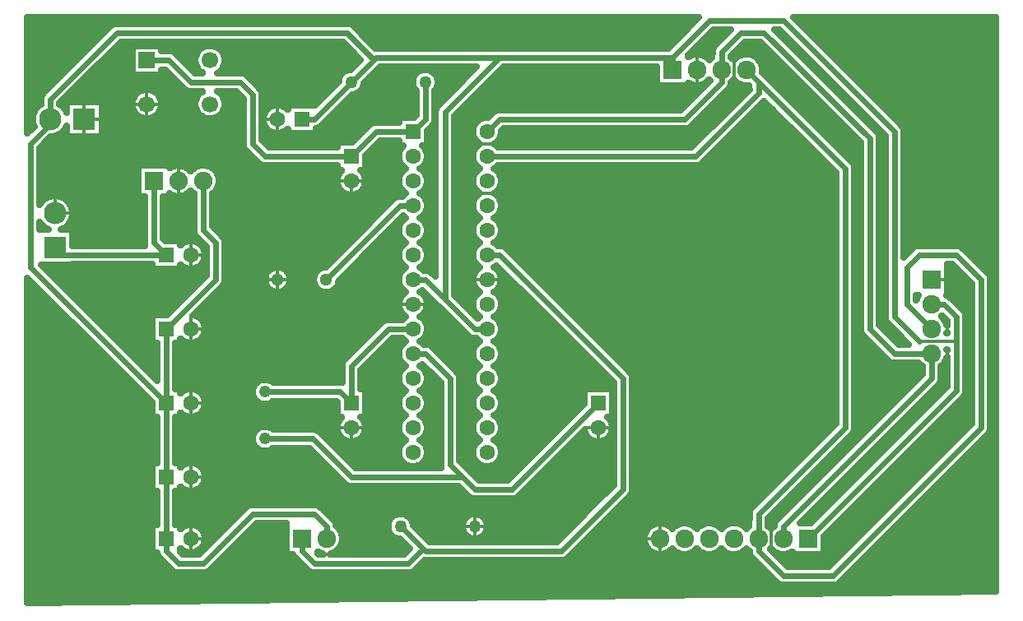
<source format=gbr>
G04 DipTrace 4.2.0.1*
G04 2 - Bottom.gbr*
%MOIN*%
G04 #@! TF.FileFunction,Copper,L2,Bot*
G04 #@! TF.Part,Single*
G04 #@! TA.AperFunction,Conductor*
%ADD13C,0.023622*%
G04 #@! TA.AperFunction,CopperBalancing*
%ADD14C,0.012992*%
%ADD15C,0.025*%
G04 #@! TA.AperFunction,ComponentPad*
%ADD16R,0.090551X0.090551*%
%ADD17C,0.090551*%
%ADD18C,0.062992*%
%ADD19R,0.062992X0.062992*%
%ADD20R,0.075591X0.075591*%
%ADD21C,0.075591*%
%ADD23C,0.050394*%
%ADD24C,0.05*%
%ADD25C,0.05*%
%ADD26R,0.066929X0.066929*%
%ADD27C,0.066929*%
%ADD28R,0.074803X0.074803*%
%ADD29C,0.074803*%
%ADD30C,0.048*%
%FSLAX26Y26*%
G04*
G70*
G90*
G75*
G01*
G04 Bottom*
%LPD*%
X943701Y2143701D2*
D13*
Y1893701D1*
X993701Y1843701D1*
X574803D1*
X543701Y1874803D1*
X1993701Y2043701D2*
X1942126D1*
X1642126Y1743701D1*
X2293701Y2243701D2*
X3138189D1*
X3393701Y2499213D1*
Y2543701D1*
X3343701Y2593701D1*
X3393701Y693694D2*
Y793701D1*
X3743701Y1143701D1*
Y2193701D1*
X3343701Y2593701D1*
X3393701Y693694D2*
Y643701D1*
X3493701Y543701D1*
X3693701D1*
X4293701Y1143701D1*
Y1743701D1*
X4193701Y1843701D1*
X4043701D1*
X3993701Y1793701D1*
Y1643701D1*
X4093701Y1543701D1*
X2293701Y2343701D2*
X2343701Y2393701D1*
X3093701D1*
X3243701Y2543701D1*
Y2593701D1*
X4093701Y1443701D2*
X3943701D1*
X3843701Y1543701D1*
Y2315945D1*
X3415945Y2743701D1*
X3321457D1*
X3243701Y2665945D1*
Y2593701D1*
X3493700Y693698D2*
Y743700D1*
X4093701Y1343701D1*
Y1443701D1*
X2243701Y2093701D2*
D14*
X2343701D1*
Y1993701D1*
X2993701Y1343701D1*
Y693680D1*
X2243701Y2293701D2*
X3093701D1*
X3293701Y2493701D1*
Y2643701D1*
X3343701Y2693701D1*
X3393701D1*
X3793701Y2293701D1*
Y1143701D1*
X3443701Y793701D1*
Y643701D1*
X3493701Y593701D1*
X3643701D1*
X4243701Y1193701D1*
Y1643701D1*
X4143701Y1743701D1*
X4093701D1*
X3593700Y693701D2*
D13*
X4193701Y1293702D1*
Y1493701D1*
Y1593701D1*
X4143701Y1643701D1*
X4093701D1*
X1543701Y2393701D2*
X1593706D1*
X1743701Y2543695D1*
X3043701Y2593701D2*
Y2643701D1*
X2343701D1*
X1843706D1*
X1835196Y2635190D1*
X1743701Y2543695D1*
X524803Y2393701D2*
Y2474803D1*
X793701Y2743701D1*
X1726685D1*
X1835196Y2635190D1*
X524803Y2393701D2*
Y2374803D1*
X443701Y2293701D1*
Y1793701D1*
X993701Y1243701D1*
Y693699D2*
Y943701D1*
Y1243701D1*
Y1543701D1*
X1143701Y2143701D2*
Y1943701D1*
X1193701Y1893701D1*
Y1743701D1*
X993701Y1543701D1*
X1643701Y693701D2*
Y743591D1*
X1593591Y793701D1*
X1343701D1*
X1143701Y593701D1*
X1043701D1*
X993701Y643701D1*
Y693699D1*
X2293701Y1543701D2*
X2243701D1*
X2122827Y1664575D1*
X2043701Y1743701D1*
X1993701D1*
X2122827Y1664575D2*
Y2422827D1*
X2343701Y2643701D1*
X3043701D2*
X3193701Y2793701D1*
X3493701D1*
X3943701Y2343701D1*
Y1593701D1*
X4043701Y1493701D1*
D14*
X4193701D1*
X915748Y2632283D2*
D13*
X1005118D1*
X1093701Y2543701D1*
X1293701D1*
X1343701Y2493701D1*
Y2293701D1*
X1393701Y2243701D1*
X1743701D1*
X2043701Y2543706D2*
Y2393701D1*
X1993701Y2343701D1*
X1743701Y2243701D2*
X1843701Y2343701D1*
X1993701D1*
X2293701Y1843701D2*
X2343701D1*
X2843701Y1343701D1*
Y893701D1*
X2593701Y643701D1*
X2043701D1*
X2033671Y653731D1*
X1943701Y743701D1*
X1543701Y693701D2*
Y643701D1*
X1593701Y593701D1*
X1973640D1*
X2033671Y653731D1*
X1743699Y1243701D2*
Y1393699D1*
X1893701Y1543701D1*
X1993701D1*
X1393701Y1288701D2*
X1698699D1*
X1743699Y1243701D1*
X1993701Y1443701D2*
X2043701D1*
X2143701Y1343701D1*
Y993701D1*
X2194056Y943345D1*
X2243701Y893701D1*
X2393701D1*
X2743701Y1243701D1*
X1393701Y1098701D2*
X1588701D1*
X1744056Y943345D1*
X2194056D1*
X434694Y2780348D2*
D15*
X782202D1*
X1738187D2*
X3124489D1*
X3562916D2*
X4352715D1*
X434694Y2755479D2*
X749619D1*
X1770770D2*
X3099603D1*
X3211341D2*
X3277373D1*
X3460036D2*
X3476064D1*
X3587784D2*
X4352715D1*
X434694Y2730610D2*
X724752D1*
X1795638D2*
X3074735D1*
X3186473D2*
X3252506D1*
X3484904D2*
X3500932D1*
X3612651D2*
X4352715D1*
X434694Y2705741D2*
X699866D1*
X811604D2*
X1708786D1*
X1820505D2*
X3049868D1*
X3161605D2*
X3227638D1*
X3339357D2*
X3398034D1*
X3509771D2*
X3525800D1*
X3637519D2*
X4352715D1*
X434694Y2680873D2*
X674998D1*
X786736D2*
X853863D1*
X977640D2*
X1134998D1*
X1208303D2*
X1733654D1*
X3136737D2*
X3206538D1*
X3314490D2*
X3422902D1*
X3534639D2*
X3550667D1*
X3662405D2*
X4352715D1*
X434694Y2656004D2*
X650131D1*
X761868D2*
X853863D1*
X1037261D2*
X1114705D1*
X1228596D2*
X1758521D1*
X3111870D2*
X3127844D1*
X3159560D2*
X3203470D1*
X3289622D2*
X3327844D1*
X3359560D2*
X3447769D1*
X3559507D2*
X3575535D1*
X3687273D2*
X4352715D1*
X434694Y2631135D2*
X625263D1*
X737000D2*
X853863D1*
X1062129D2*
X1109771D1*
X1233530D2*
X1775279D1*
X3397759D2*
X3472637D1*
X3584375D2*
X3600403D1*
X3712140D2*
X4352715D1*
X434694Y2606266D2*
X600395D1*
X712133D2*
X853863D1*
X1086997D2*
X1115764D1*
X1227537D2*
X1750411D1*
X3408668D2*
X3497505D1*
X3609242D2*
X3625271D1*
X3737008D2*
X4352715D1*
X434694Y2581398D2*
X575527D1*
X687265D2*
X853863D1*
X977640D2*
X1000145D1*
X1297924D2*
X1706974D1*
X1837263D2*
X2006948D1*
X2080450D2*
X2225536D1*
X2337274D2*
X2977489D1*
X3411879D2*
X3522373D1*
X3634110D2*
X3650138D1*
X3761876D2*
X4352715D1*
X434694Y2556529D2*
X550660D1*
X662397D2*
X1025013D1*
X1336733D2*
X1691920D1*
X1812396D2*
X1991912D1*
X2095486D2*
X2200668D1*
X2312388D2*
X2977489D1*
X3436747D2*
X3547258D1*
X3658978D2*
X3675006D1*
X3786744D2*
X4352715D1*
X434694Y2531660D2*
X525792D1*
X637529D2*
X1049880D1*
X1361600D2*
X1675790D1*
X1795691D2*
X1991715D1*
X2095683D2*
X2175801D1*
X2287520D2*
X2977489D1*
X3109914D2*
X3126660D1*
X3160744D2*
X3175785D1*
X3281961D2*
X3326660D1*
X3461615D2*
X3572126D1*
X3683846D2*
X3699874D1*
X3811611D2*
X4352715D1*
X434694Y2506791D2*
X500924D1*
X612662D2*
X883970D1*
X947515D2*
X1083342D1*
X1381588D2*
X1650923D1*
X1781302D2*
X2003467D1*
X2083931D2*
X2150933D1*
X2262652D2*
X3150917D1*
X3262655D2*
X3345410D1*
X3486483D2*
X3596994D1*
X3708713D2*
X3724741D1*
X3836479D2*
X4352715D1*
X434694Y2481923D2*
X485243D1*
X587794D2*
X860250D1*
X971252D2*
X1116158D1*
X1227142D2*
X1299616D1*
X1383938D2*
X1626055D1*
X1737792D2*
X2003467D1*
X2083931D2*
X2126047D1*
X2237785D2*
X3126050D1*
X3237787D2*
X3320542D1*
X3511350D2*
X3621862D1*
X3733599D2*
X3749609D1*
X3861347D2*
X4352715D1*
X434694Y2457054D2*
X484561D1*
X565043D2*
X588894D1*
X736301D2*
X853881D1*
X977604D2*
X1109789D1*
X1233512D2*
X1303456D1*
X1383938D2*
X1601187D1*
X1712925D2*
X2003467D1*
X2083931D2*
X2101179D1*
X2212917D2*
X3101182D1*
X3212919D2*
X3295674D1*
X3407412D2*
X3424481D1*
X3536218D2*
X3646729D1*
X3758467D2*
X3774477D1*
X3886214D2*
X4352715D1*
X434694Y2432185D2*
X462402D1*
X736301D2*
X858456D1*
X973029D2*
X1114364D1*
X1228937D2*
X1303456D1*
X1383938D2*
X1398585D1*
X1688057D2*
X2003467D1*
X2188049D2*
X3076314D1*
X3188052D2*
X3270807D1*
X3382544D2*
X3449348D1*
X3561086D2*
X3671597D1*
X3783335D2*
X3799345D1*
X3911082D2*
X4352715D1*
X434694Y2407316D2*
X452409D1*
X736301D2*
X878013D1*
X953490D2*
X1133903D1*
X1209398D2*
X1303456D1*
X1663189D2*
X2001457D1*
X2163181D2*
X2301449D1*
X3163184D2*
X3245939D1*
X3357676D2*
X3474216D1*
X3585954D2*
X3696465D1*
X3808202D2*
X3824212D1*
X3935950D2*
X4352715D1*
X434694Y2382448D2*
X451996D1*
X736301D2*
X1303456D1*
X1638321D2*
X1933780D1*
X2163056D2*
X2248825D1*
X3138316D2*
X3221071D1*
X3332809D2*
X3499084D1*
X3610821D2*
X3721332D1*
X3833070D2*
X3849080D1*
X3960818D2*
X4352715D1*
X434694Y2357579D2*
X451709D1*
X736301D2*
X1303456D1*
X1383938D2*
X1396558D1*
X1607120D2*
X1801708D1*
X2063441D2*
X2082591D1*
X2163056D2*
X2235476D1*
X3107115D2*
X3196203D1*
X3307941D2*
X3523952D1*
X3635689D2*
X3746200D1*
X3857938D2*
X3873948D1*
X3981290D2*
X4352715D1*
X564039Y2332710D2*
X588894D1*
X736301D2*
X1303456D1*
X1383938D2*
X1776840D1*
X2053627D2*
X2082591D1*
X2163056D2*
X2234848D1*
X2352560D2*
X3171336D1*
X3283073D2*
X3548819D1*
X3660557D2*
X3771068D1*
X3880007D2*
X3898816D1*
X3983945D2*
X4352715D1*
X513711Y2307841D2*
X1303456D1*
X1385428D2*
X1751972D1*
X2053627D2*
X2082591D1*
X2163056D2*
X2246349D1*
X2341041D2*
X3146468D1*
X3258205D2*
X3573687D1*
X3685425D2*
X3795936D1*
X3883936D2*
X3903463D1*
X3983945D2*
X4352715D1*
X488843Y2282972D2*
X1305017D1*
X1410295D2*
X1683775D1*
X1838842D2*
X1949318D1*
X2038089D2*
X2082591D1*
X2163056D2*
X2249309D1*
X2338099D2*
X3121600D1*
X3233320D2*
X3598555D1*
X3710292D2*
X3803471D1*
X3883936D2*
X3903463D1*
X3983945D2*
X4352715D1*
X483945Y2258104D2*
X1323426D1*
X1813974D2*
X1935610D1*
X2051779D2*
X2082591D1*
X2163056D2*
X2235620D1*
X3208452D2*
X3623422D1*
X3735160D2*
X3803471D1*
X3883936D2*
X3903463D1*
X3983945D2*
X4352715D1*
X483945Y2233235D2*
X1348293D1*
X1803622D2*
X1934749D1*
X2052658D2*
X2082591D1*
X2163056D2*
X2234740D1*
X3183584D2*
X3648308D1*
X3760028D2*
X3803471D1*
X3883936D2*
X3903463D1*
X3983945D2*
X4352715D1*
X483945Y2208366D2*
X1377952D1*
X1803622D2*
X1945944D1*
X2041462D2*
X2082591D1*
X2163056D2*
X2245936D1*
X3153944D2*
X3673176D1*
X3780966D2*
X3803471D1*
X3883936D2*
X3903463D1*
X3983945D2*
X4352715D1*
X483945Y2183497D2*
X877870D1*
X1195457D2*
X1699815D1*
X1787600D2*
X1949802D1*
X2037587D2*
X2082591D1*
X2163056D2*
X2249812D1*
X2337597D2*
X3698044D1*
X3783945D2*
X3803471D1*
X3883936D2*
X3903463D1*
X3983945D2*
X4352715D1*
X483945Y2158629D2*
X877870D1*
X1207747D2*
X1685748D1*
X1801648D2*
X1935753D1*
X2051653D2*
X2082591D1*
X2163056D2*
X2235745D1*
X2351645D2*
X3703462D1*
X3783945D2*
X3803471D1*
X3883936D2*
X3903463D1*
X3983945D2*
X4352715D1*
X483945Y2133760D2*
X877870D1*
X1208734D2*
X1684654D1*
X1802761D2*
X1934641D1*
X2052748D2*
X2082591D1*
X2163056D2*
X2234651D1*
X2352758D2*
X3703462D1*
X3783945D2*
X3803471D1*
X3883936D2*
X3903463D1*
X3983945D2*
X4352715D1*
X483945Y2108891D2*
X877870D1*
X1199099D2*
X1695527D1*
X1791870D2*
X1945532D1*
X2041875D2*
X2082591D1*
X2163056D2*
X2245541D1*
X2341867D2*
X3703462D1*
X3783945D2*
X3803471D1*
X3883936D2*
X3903463D1*
X3983945D2*
X4352715D1*
X483945Y2084022D2*
X877870D1*
X1009523D2*
X1020025D1*
X1067386D2*
X1103455D1*
X1183938D2*
X1950322D1*
X2037084D2*
X2082591D1*
X2163056D2*
X2250314D1*
X2337076D2*
X3703462D1*
X3783945D2*
X3803471D1*
X3883936D2*
X3903463D1*
X3983945D2*
X4352715D1*
X600066Y2059154D2*
X903473D1*
X983937D2*
X1103455D1*
X1183938D2*
X1901717D1*
X2051510D2*
X2082591D1*
X2163056D2*
X2235907D1*
X2351502D2*
X3703462D1*
X3783945D2*
X3803471D1*
X3883936D2*
X3903463D1*
X3983945D2*
X4352715D1*
X614025Y2034285D2*
X903473D1*
X983937D2*
X1103455D1*
X1183938D2*
X1876849D1*
X2052838D2*
X2082591D1*
X2163056D2*
X2234561D1*
X2352847D2*
X3703462D1*
X3783945D2*
X3803471D1*
X3883936D2*
X3903463D1*
X3983945D2*
X4352715D1*
X617327Y2009416D2*
X903473D1*
X983937D2*
X1103455D1*
X1183938D2*
X1851982D1*
X2042270D2*
X2082591D1*
X2163056D2*
X2245147D1*
X2342261D2*
X3703462D1*
X3783945D2*
X3803471D1*
X3883936D2*
X3903463D1*
X3983945D2*
X4352715D1*
X611639Y1984547D2*
X903473D1*
X983937D2*
X1103455D1*
X1183938D2*
X1827114D1*
X1938834D2*
X1950843D1*
X2036564D2*
X2082591D1*
X2163056D2*
X2250834D1*
X2336556D2*
X3703462D1*
X3783945D2*
X3803471D1*
X3883936D2*
X3903463D1*
X3983945D2*
X4352715D1*
X483945Y1959678D2*
X493568D1*
X593840D2*
X903473D1*
X983937D2*
X1103455D1*
X1183938D2*
X1802228D1*
X1913966D2*
X1936040D1*
X2051348D2*
X2082591D1*
X2163056D2*
X2236050D1*
X2351358D2*
X3703462D1*
X3783945D2*
X3803471D1*
X3883936D2*
X3903463D1*
X3983945D2*
X4352715D1*
X617398Y1934810D2*
X903473D1*
X983937D2*
X1104532D1*
X1208465D2*
X1777361D1*
X1889098D2*
X1934479D1*
X2052927D2*
X2082591D1*
X2163056D2*
X2234471D1*
X2352937D2*
X3703462D1*
X3783945D2*
X3803471D1*
X3883936D2*
X3903463D1*
X3983945D2*
X4352715D1*
X617398Y1909941D2*
X903473D1*
X983937D2*
X1121595D1*
X1230264D2*
X1752493D1*
X1864230D2*
X1944760D1*
X2042646D2*
X2082591D1*
X2163056D2*
X2244752D1*
X2342656D2*
X3703462D1*
X3783945D2*
X3803471D1*
X3883936D2*
X3903463D1*
X3983945D2*
X4352715D1*
X617398Y1885072D2*
X904460D1*
X1136015D2*
X1146463D1*
X1233942D2*
X1727625D1*
X1839363D2*
X1951381D1*
X2036026D2*
X2082591D1*
X2163056D2*
X2251373D1*
X2336018D2*
X3703462D1*
X3783945D2*
X3803471D1*
X3883936D2*
X3903463D1*
X3983945D2*
X4352715D1*
X1233942Y1860203D2*
X1702757D1*
X1814495D2*
X1936202D1*
X2051205D2*
X2082591D1*
X2163056D2*
X2236194D1*
X2383062D2*
X3703462D1*
X3783945D2*
X3803471D1*
X3883936D2*
X3903463D1*
X3983945D2*
X4004333D1*
X4233071D2*
X4352715D1*
X1233942Y1835335D2*
X1677890D1*
X1789627D2*
X1934390D1*
X2053017D2*
X2082591D1*
X2163056D2*
X2234399D1*
X2407930D2*
X3703462D1*
X3783945D2*
X3803471D1*
X3883936D2*
X3903463D1*
X4257939D2*
X4352715D1*
X1143030Y1810466D2*
X1153460D1*
X1233942D2*
X1653022D1*
X1764759D2*
X1944383D1*
X2043023D2*
X2082591D1*
X2163056D2*
X2244375D1*
X2432797D2*
X3703462D1*
X3783945D2*
X3803471D1*
X3883936D2*
X3903463D1*
X4282807D2*
X4352715D1*
X507665Y1785597D2*
X1153460D1*
X1233942D2*
X1413477D1*
X1477076D2*
X1610338D1*
X1739892D2*
X1951937D1*
X2035470D2*
X2082591D1*
X2163056D2*
X2251929D1*
X2335461D2*
X2345945D1*
X2457665D2*
X3703462D1*
X3783945D2*
X3803471D1*
X3883936D2*
X3903463D1*
X4159921D2*
X4195937D1*
X4307674D2*
X4352715D1*
X532532Y1760728D2*
X1153460D1*
X1233942D2*
X1394566D1*
X1495987D2*
X1591427D1*
X1715024D2*
X1936363D1*
X2163056D2*
X2236355D1*
X2351035D2*
X2370813D1*
X2482533D2*
X3703462D1*
X3783945D2*
X3803471D1*
X3883936D2*
X3903463D1*
X4159921D2*
X4220804D1*
X4329869D2*
X4352715D1*
X434694Y1735860D2*
X445680D1*
X557418D2*
X1129992D1*
X1233117D2*
X1392251D1*
X1498301D2*
X1589112D1*
X1695144D2*
X1934318D1*
X2163056D2*
X2234310D1*
X2353081D2*
X2395681D1*
X2507400D2*
X3703462D1*
X3783945D2*
X3803471D1*
X3883936D2*
X3903463D1*
X4159921D2*
X4245672D1*
X4333941D2*
X4352715D1*
X434694Y1710991D2*
X470548D1*
X582286D2*
X1105124D1*
X1216862D2*
X1403483D1*
X1487070D2*
X1600344D1*
X1683912D2*
X1944007D1*
X2163056D2*
X2243998D1*
X2343392D2*
X2420549D1*
X2532286D2*
X3703462D1*
X3783945D2*
X3803471D1*
X3883936D2*
X3903463D1*
X4159921D2*
X4253459D1*
X4333941D2*
X4352715D1*
X434694Y1686122D2*
X495416D1*
X607153D2*
X1080256D1*
X1191994D2*
X1952493D1*
X2034895D2*
X2045415D1*
X2163056D2*
X2252503D1*
X2334905D2*
X2445416D1*
X2557154D2*
X3703462D1*
X3783945D2*
X3803471D1*
X3883936D2*
X3903463D1*
X4159921D2*
X4253459D1*
X4333941D2*
X4352715D1*
X434694Y1661253D2*
X520284D1*
X632021D2*
X1055389D1*
X1167126D2*
X1936525D1*
X2050882D2*
X2070283D1*
X2182021D2*
X2236535D1*
X2350874D2*
X2470284D1*
X2582022D2*
X3703462D1*
X3783945D2*
X3803471D1*
X3883936D2*
X3903463D1*
X4182008D2*
X4253459D1*
X4333941D2*
X4352715D1*
X434694Y1636385D2*
X545151D1*
X656889D2*
X1030521D1*
X1142258D2*
X1934246D1*
X2053161D2*
X2095151D1*
X2206888D2*
X2234256D1*
X2353152D2*
X2495152D1*
X2606889D2*
X3703462D1*
X3783945D2*
X3803471D1*
X3883936D2*
X3903463D1*
X4206876D2*
X4253459D1*
X4333941D2*
X4352715D1*
X434694Y1611516D2*
X570019D1*
X681757D2*
X1005653D1*
X1117391D2*
X1943648D1*
X2043759D2*
X2120019D1*
X2231756D2*
X2243640D1*
X2343751D2*
X2520020D1*
X2631757D2*
X3703462D1*
X3783945D2*
X3803471D1*
X3883936D2*
X3903463D1*
X4229465D2*
X4253459D1*
X4333941D2*
X4352715D1*
X434694Y1586647D2*
X594887D1*
X706624D2*
X933777D1*
X1134310D2*
X1953085D1*
X2034321D2*
X2144886D1*
X2334313D2*
X2544887D1*
X2656625D2*
X3703462D1*
X3783945D2*
X3803471D1*
X3883936D2*
X3904127D1*
X4233932D2*
X4253459D1*
X4333941D2*
X4352715D1*
X434694Y1561778D2*
X619755D1*
X731492D2*
X933777D1*
X1150709D2*
X1855911D1*
X2050702D2*
X2169754D1*
X2350694D2*
X2569755D1*
X2681493D2*
X3703462D1*
X3783945D2*
X3803471D1*
X3883936D2*
X3919754D1*
X4233932D2*
X4253459D1*
X4333941D2*
X4352715D1*
X434694Y1536909D2*
X644622D1*
X756360D2*
X933777D1*
X1153221D2*
X1831043D1*
X2053214D2*
X2194622D1*
X2353224D2*
X2594623D1*
X2706360D2*
X3703462D1*
X3783945D2*
X3804081D1*
X3906363D2*
X3944622D1*
X4233932D2*
X4253459D1*
X4333941D2*
X4352715D1*
X434694Y1512041D2*
X669490D1*
X781228D2*
X933777D1*
X1144106D2*
X1806176D1*
X2044100D2*
X2220674D1*
X2344110D2*
X2619491D1*
X2731228D2*
X3703462D1*
X3783945D2*
X3819494D1*
X3931231D2*
X3969490D1*
X4233932D2*
X4253459D1*
X4333941D2*
X4352715D1*
X434694Y1487172D2*
X694358D1*
X806095D2*
X933777D1*
X1053624D2*
X1081118D1*
X1106285D2*
X1781308D1*
X1893045D2*
X1953677D1*
X2033711D2*
X2253687D1*
X2333721D2*
X2644358D1*
X2756096D2*
X3703462D1*
X3783945D2*
X3844361D1*
X3956099D2*
X3994357D1*
X4233932D2*
X4253459D1*
X4333941D2*
X4352715D1*
X434694Y1462303D2*
X719226D1*
X830963D2*
X953460D1*
X1033942D2*
X1756440D1*
X1868178D2*
X1936884D1*
X2080971D2*
X2236875D1*
X2350533D2*
X2669226D1*
X2780964D2*
X3703462D1*
X3783945D2*
X3869229D1*
X4233932D2*
X4253459D1*
X4333941D2*
X4352715D1*
X434694Y1437434D2*
X744093D1*
X855831D2*
X953460D1*
X1033942D2*
X1731572D1*
X1843310D2*
X1934121D1*
X2105839D2*
X2234130D1*
X2353278D2*
X2694094D1*
X2805831D2*
X3703462D1*
X3783945D2*
X3894097D1*
X4233932D2*
X4253459D1*
X4333941D2*
X4352715D1*
X434694Y1412566D2*
X768961D1*
X880699D2*
X953460D1*
X1033942D2*
X1708517D1*
X1818424D2*
X1942948D1*
X2130706D2*
X2242958D1*
X2344450D2*
X2718962D1*
X2830699D2*
X3703462D1*
X3783945D2*
X3919880D1*
X4233932D2*
X4253459D1*
X4333941D2*
X4352715D1*
X434694Y1387697D2*
X793829D1*
X905566D2*
X953460D1*
X1033942D2*
X1703457D1*
X1793556D2*
X1954305D1*
X2033101D2*
X2043836D1*
X2155574D2*
X2254297D1*
X2333093D2*
X2743829D1*
X2855567D2*
X3703462D1*
X3783945D2*
X4053459D1*
X4133941D2*
X4153468D1*
X4233932D2*
X4253459D1*
X4333941D2*
X4352715D1*
X434694Y1362828D2*
X818714D1*
X930434D2*
X953460D1*
X1033942D2*
X1703457D1*
X1783939D2*
X1937063D1*
X2050344D2*
X2068704D1*
X2178737D2*
X2237055D1*
X2350335D2*
X2768715D1*
X2878730D2*
X3703462D1*
X3783945D2*
X4053459D1*
X4133941D2*
X4153468D1*
X4233932D2*
X4253459D1*
X4333941D2*
X4352715D1*
X434694Y1337959D2*
X843582D1*
X1033942D2*
X1383065D1*
X1404339D2*
X1703457D1*
X1783939D2*
X1934067D1*
X2053340D2*
X2093572D1*
X2183940D2*
X2234059D1*
X2353332D2*
X2793583D1*
X2883933D2*
X3703462D1*
X3783945D2*
X4032090D1*
X4133492D2*
X4153468D1*
X4233932D2*
X4253459D1*
X4333941D2*
X4352715D1*
X434694Y1313091D2*
X868450D1*
X1033942D2*
X1347647D1*
X1783939D2*
X1942625D1*
X2044782D2*
X2103458D1*
X2183940D2*
X2242617D1*
X2344791D2*
X2803469D1*
X2883933D2*
X3703462D1*
X3783945D2*
X4007222D1*
X4118959D2*
X4153468D1*
X4233932D2*
X4253459D1*
X4333941D2*
X4352715D1*
X434694Y1288222D2*
X893318D1*
X1132462D2*
X1341278D1*
X1803622D2*
X1954933D1*
X2032473D2*
X2103458D1*
X2183940D2*
X2254943D1*
X2332465D2*
X2683777D1*
X2883933D2*
X3703462D1*
X3783945D2*
X3982354D1*
X4094092D2*
X4132350D1*
X4233538D2*
X4253459D1*
X4333941D2*
X4352715D1*
X434694Y1263353D2*
X918185D1*
X1150153D2*
X1348186D1*
X1803622D2*
X1937243D1*
X2050146D2*
X2103458D1*
X2183940D2*
X2237252D1*
X2350156D2*
X2683777D1*
X2883933D2*
X3703462D1*
X3783945D2*
X3957486D1*
X4069224D2*
X4107482D1*
X4219220D2*
X4253459D1*
X4333941D2*
X4352715D1*
X434694Y1238484D2*
X933777D1*
X1153382D2*
X1683775D1*
X1803622D2*
X1934013D1*
X2053376D2*
X2103458D1*
X2183940D2*
X2234023D1*
X2353386D2*
X2682611D1*
X2883933D2*
X3703462D1*
X3783945D2*
X3932619D1*
X4044356D2*
X4082614D1*
X4194352D2*
X4253459D1*
X4333941D2*
X4352715D1*
X434694Y1213615D2*
X933777D1*
X1145111D2*
X1683775D1*
X1803622D2*
X1942284D1*
X2045105D2*
X2103458D1*
X2183940D2*
X2242294D1*
X2345114D2*
X2657743D1*
X2883933D2*
X3703462D1*
X3783945D2*
X3907751D1*
X4019488D2*
X4057747D1*
X4169484D2*
X4253459D1*
X4333941D2*
X4352715D1*
X434694Y1188747D2*
X933777D1*
X1053624D2*
X1074551D1*
X1112851D2*
X1683775D1*
X1803622D2*
X1955597D1*
X2031809D2*
X2103458D1*
X2183940D2*
X2255589D1*
X2331819D2*
X2632875D1*
X2883933D2*
X3703462D1*
X3783945D2*
X3882883D1*
X3994621D2*
X4032879D1*
X4144617D2*
X4253459D1*
X4333941D2*
X4352715D1*
X434694Y1163878D2*
X953460D1*
X1033942D2*
X1687435D1*
X1799962D2*
X1937440D1*
X2049967D2*
X2103458D1*
X2183940D2*
X2237450D1*
X2349959D2*
X2608008D1*
X2883933D2*
X3703462D1*
X3783945D2*
X3858015D1*
X3969753D2*
X4008011D1*
X4119749D2*
X4253459D1*
X4333941D2*
X4352715D1*
X434694Y1139009D2*
X953460D1*
X1033942D2*
X1361750D1*
X1425654D2*
X1683972D1*
X1803425D2*
X1933977D1*
X2053430D2*
X2103458D1*
X2183940D2*
X2233969D1*
X2353421D2*
X2583140D1*
X2883933D2*
X3683134D1*
X3783640D2*
X3833148D1*
X3944885D2*
X3983144D1*
X4094881D2*
X4233149D1*
X4333636D2*
X4352715D1*
X434694Y1114140D2*
X953460D1*
X1033942D2*
X1343718D1*
X1629135D2*
X1691974D1*
X1795422D2*
X1941979D1*
X2045427D2*
X2103458D1*
X2183940D2*
X2241971D1*
X2345437D2*
X2558272D1*
X2670010D2*
X2691977D1*
X2795425D2*
X2803469D1*
X2883933D2*
X3658266D1*
X3770004D2*
X3808280D1*
X3919999D2*
X3958276D1*
X4070013D2*
X4208281D1*
X4320000D2*
X4352715D1*
X434694Y1089272D2*
X953460D1*
X1033942D2*
X1342175D1*
X1654003D2*
X1722906D1*
X1764490D2*
X1956261D1*
X2031128D2*
X2103458D1*
X2183940D2*
X2256271D1*
X2331137D2*
X2533404D1*
X2645142D2*
X2722909D1*
X2764493D2*
X2803469D1*
X2883933D2*
X3633398D1*
X3745136D2*
X3783412D1*
X3895132D2*
X3933408D1*
X4045146D2*
X4183413D1*
X4295133D2*
X4352715D1*
X434694Y1064403D2*
X953460D1*
X1033942D2*
X1354914D1*
X1678871D2*
X1937637D1*
X2049752D2*
X2103458D1*
X2183940D2*
X2237647D1*
X2349761D2*
X2508537D1*
X2620274D2*
X2803469D1*
X2883933D2*
X3608531D1*
X3720268D2*
X3758544D1*
X3870264D2*
X3908540D1*
X4020278D2*
X4158527D1*
X4270265D2*
X4352715D1*
X434694Y1039534D2*
X953460D1*
X1033942D2*
X1592001D1*
X1703738D2*
X1933923D1*
X2053466D2*
X2103458D1*
X2183940D2*
X2233933D1*
X2353475D2*
X2483669D1*
X2595406D2*
X2803469D1*
X2883933D2*
X3583663D1*
X3695400D2*
X3733659D1*
X3845396D2*
X3883673D1*
X3995392D2*
X4133660D1*
X4245397D2*
X4352715D1*
X434694Y1014665D2*
X953460D1*
X1033942D2*
X1616868D1*
X1728606D2*
X1941656D1*
X2045732D2*
X2103458D1*
X2183940D2*
X2241666D1*
X2345742D2*
X2458801D1*
X2570539D2*
X2803469D1*
X2883933D2*
X3558795D1*
X3670533D2*
X3708791D1*
X3820528D2*
X3858805D1*
X3970524D2*
X4108792D1*
X4220529D2*
X4352715D1*
X434694Y989797D2*
X933777D1*
X1130435D2*
X1641736D1*
X1753474D2*
X1971422D1*
X2015985D2*
X2103673D1*
X2203479D2*
X2271414D1*
X2315994D2*
X2433933D1*
X2545671D2*
X2803469D1*
X2883933D2*
X3533927D1*
X3645665D2*
X3683923D1*
X3795661D2*
X3833937D1*
X3945657D2*
X4083924D1*
X4195662D2*
X4352715D1*
X434694Y964928D2*
X933777D1*
X1149561D2*
X1666604D1*
X2228347D2*
X2409066D1*
X2520803D2*
X2803469D1*
X2883933D2*
X3509060D1*
X3620797D2*
X3659055D1*
X3770793D2*
X3809051D1*
X3920789D2*
X4059057D1*
X4170794D2*
X4352715D1*
X434694Y940059D2*
X933777D1*
X1153508D2*
X1691472D1*
X2253215D2*
X2384198D1*
X2495918D2*
X2803469D1*
X2883933D2*
X3484192D1*
X3595929D2*
X3634188D1*
X3745925D2*
X3784184D1*
X3895921D2*
X4034189D1*
X4145926D2*
X4352715D1*
X434694Y915190D2*
X933777D1*
X1146044D2*
X1716429D1*
X2471050D2*
X2803469D1*
X2883933D2*
X3459324D1*
X3571062D2*
X3609320D1*
X3721058D2*
X3759316D1*
X3871053D2*
X4009321D1*
X4121059D2*
X4352715D1*
X434694Y890322D2*
X933777D1*
X1053624D2*
X1070029D1*
X1117355D2*
X2191213D1*
X2446182D2*
X2784450D1*
X2883790D2*
X3434456D1*
X3546194D2*
X3584452D1*
X3696190D2*
X3734448D1*
X3846186D2*
X3984453D1*
X4096191D2*
X4352715D1*
X434694Y865453D2*
X953460D1*
X1033942D2*
X2216188D1*
X2421225D2*
X2759582D1*
X2871320D2*
X3409589D1*
X3521326D2*
X3559585D1*
X3671322D2*
X3709580D1*
X3821318D2*
X3959586D1*
X4071323D2*
X4352715D1*
X434694Y840584D2*
X953460D1*
X1033942D2*
X2734715D1*
X2846452D2*
X3384721D1*
X3496458D2*
X3534717D1*
X3646454D2*
X3684713D1*
X3796450D2*
X3934718D1*
X4046455D2*
X4352715D1*
X434694Y815715D2*
X953460D1*
X1033942D2*
X1309843D1*
X1627448D2*
X2709847D1*
X2821584D2*
X3360553D1*
X3471591D2*
X3509849D1*
X3621587D2*
X3659845D1*
X3771582D2*
X3909850D1*
X4021588D2*
X4352715D1*
X434694Y790846D2*
X953460D1*
X1033942D2*
X1284976D1*
X1652316D2*
X1921956D1*
X1965460D2*
X2221948D1*
X2265451D2*
X2684979D1*
X2796717D2*
X3353466D1*
X3446705D2*
X3484981D1*
X3596719D2*
X3634977D1*
X3746715D2*
X3884982D1*
X3996720D2*
X4352715D1*
X434694Y765978D2*
X953460D1*
X1033942D2*
X1260108D1*
X1676574D2*
X1895402D1*
X1991996D2*
X2195411D1*
X2291988D2*
X2660111D1*
X2771849D2*
X3353466D1*
X3433930D2*
X3460742D1*
X3571851D2*
X3610109D1*
X3721847D2*
X3860115D1*
X3971852D2*
X4352715D1*
X434694Y741109D2*
X933777D1*
X1128604D2*
X1235240D1*
X1346978D2*
X1477476D1*
X1688775D2*
X1890342D1*
X2002151D2*
X2190334D1*
X2297065D2*
X2635244D1*
X2746981D2*
X2948656D1*
X3038756D2*
X3048648D1*
X3138765D2*
X3148639D1*
X3238756D2*
X3248630D1*
X3338765D2*
X3348639D1*
X3438775D2*
X3448631D1*
X3696979D2*
X3835247D1*
X3946984D2*
X4352715D1*
X434694Y716240D2*
X933777D1*
X1149023D2*
X1210372D1*
X1322110D2*
X1477476D1*
X1705802D2*
X1898308D1*
X2027037D2*
X2198318D1*
X2289081D2*
X2610376D1*
X2722114D2*
X2931611D1*
X3672111D2*
X3810379D1*
X3922099D2*
X4352715D1*
X434694Y691371D2*
X933777D1*
X1153580D2*
X1185505D1*
X1297242D2*
X1477476D1*
X1709874D2*
X1940167D1*
X2051905D2*
X2585508D1*
X2697246D2*
X2927520D1*
X3659929D2*
X3785511D1*
X3897231D2*
X4352715D1*
X434694Y666503D2*
X933777D1*
X1146780D2*
X1160637D1*
X1272374D2*
X1477476D1*
X1703828D2*
X1965035D1*
X2672378D2*
X2933567D1*
X3659929D2*
X3760644D1*
X3872363D2*
X4352715D1*
X434694Y641634D2*
X933777D1*
X1053624D2*
X1066997D1*
X1120405D2*
X1135769D1*
X1247507D2*
X1477476D1*
X1682925D2*
X1965699D1*
X2647492D2*
X2954434D1*
X3032960D2*
X3054443D1*
X3132952D2*
X3154452D1*
X3232961D2*
X3254461D1*
X3332952D2*
X3353520D1*
X3659929D2*
X3735758D1*
X3847495D2*
X4352715D1*
X434694Y616765D2*
X964763D1*
X1222639D2*
X1514778D1*
X2622625D2*
X3364769D1*
X3476507D2*
X3710890D1*
X3822628D2*
X4352715D1*
X434694Y591896D2*
X989631D1*
X1197771D2*
X1539646D1*
X2027701D2*
X3389637D1*
X3501375D2*
X3686022D1*
X3797760D2*
X4352715D1*
X434694Y567028D2*
X1014499D1*
X1172903D2*
X1564513D1*
X2002833D2*
X3414505D1*
X3772892D2*
X4352715D1*
X434694Y542159D2*
X3439372D1*
X3748024D2*
X4352715D1*
X434694Y517290D2*
X3464240D1*
X3723157D2*
X4352715D1*
X434694Y492421D2*
X4352715D1*
X434694Y467552D2*
X3220353D1*
X434694Y442684D2*
X1230844D1*
X481444Y1946004D2*
X518513D1*
X515397Y1947265D1*
X512613Y1948543D1*
X509886Y1949940D1*
X507221Y1951453D1*
X504624Y1953079D1*
X502100Y1954815D1*
X499653Y1956658D1*
X497287Y1958605D1*
X495007Y1960652D1*
X492817Y1962795D1*
X490721Y1965030D1*
X488724Y1967354D1*
X486828Y1969761D1*
X485038Y1972247D1*
X483356Y1974808D1*
X481786Y1977439D1*
X481438Y1978085D1*
X481437Y1946009D1*
X614902Y1805964D2*
Y1803602D1*
X487163D1*
X955960Y1334808D1*
X955964Y1486283D1*
X936280Y1486279D1*
Y1601122D1*
X997758D1*
X1155966Y1759333D1*
X1155964Y1878069D1*
X1117017Y1917017D1*
X1111372Y1924236D1*
X1107633Y1932602D1*
X1106022Y1941632D1*
X1105964Y1952792D1*
Y2092839D1*
X1099796Y2098065D1*
X1093709Y2104843D1*
X1092095Y2102856D1*
X1090065Y2100566D1*
X1087927Y2098376D1*
X1085685Y2096292D1*
X1083346Y2094319D1*
X1080914Y2092461D1*
X1078395Y2090723D1*
X1075795Y2089109D1*
X1073120Y2087622D1*
X1070376Y2086266D1*
X1067570Y2085045D1*
X1064708Y2083960D1*
X1061797Y2083015D1*
X1058844Y2082211D1*
X1055856Y2081552D1*
X1052839Y2081037D1*
X1049801Y2080669D1*
X1046748Y2080447D1*
X1043689Y2080374D1*
X1040629Y2080449D1*
X1037577Y2080671D1*
X1034539Y2081040D1*
X1031522Y2081556D1*
X1028534Y2082217D1*
X1025581Y2083022D1*
X1022671Y2083968D1*
X1019810Y2085054D1*
X1017004Y2086276D1*
X1014261Y2087633D1*
X1011586Y2089121D1*
X1008987Y2090736D1*
X1007027Y2092090D1*
X1007028Y2080374D1*
X981433D1*
X981437Y1909339D1*
X989645Y1901124D1*
X1051122Y1901122D1*
Y1882220D1*
X1051512Y1882654D1*
X1053645Y1884844D1*
X1055892Y1886917D1*
X1058245Y1888868D1*
X1060700Y1890691D1*
X1063247Y1892381D1*
X1065881Y1893933D1*
X1068594Y1895342D1*
X1071378Y1896605D1*
X1074226Y1897719D1*
X1077128Y1898678D1*
X1080078Y1899483D1*
X1083066Y1900129D1*
X1086084Y1900615D1*
X1089124Y1900939D1*
X1092177Y1901102D1*
X1095234D1*
X1098287Y1900939D1*
X1101327Y1900613D1*
X1104345Y1900127D1*
X1107333Y1899480D1*
X1110282Y1898676D1*
X1113185Y1897715D1*
X1116032Y1896602D1*
X1118816Y1895338D1*
X1121528Y1893929D1*
X1124162Y1892376D1*
X1126710Y1890686D1*
X1129163Y1888863D1*
X1131517Y1886911D1*
X1133763Y1884837D1*
X1135896Y1882647D1*
X1137909Y1880346D1*
X1139796Y1877941D1*
X1141553Y1875439D1*
X1143175Y1872848D1*
X1144656Y1870173D1*
X1145992Y1867424D1*
X1147181Y1864607D1*
X1148218Y1861731D1*
X1149100Y1858804D1*
X1149825Y1855834D1*
X1150392Y1852830D1*
X1150797Y1849800D1*
X1151041Y1846752D1*
X1151122Y1843701D1*
X1151040Y1840640D1*
X1150796Y1837593D1*
X1150390Y1834563D1*
X1149824Y1831558D1*
X1149098Y1828589D1*
X1148215Y1825662D1*
X1147178Y1822786D1*
X1145989Y1819969D1*
X1144652Y1817220D1*
X1143170Y1814546D1*
X1141548Y1811954D1*
X1139791Y1809453D1*
X1137903Y1807048D1*
X1135889Y1804748D1*
X1133756Y1802558D1*
X1131510Y1800484D1*
X1129156Y1798533D1*
X1126702Y1796710D1*
X1124154Y1795020D1*
X1121520Y1793469D1*
X1118807Y1792059D1*
X1116023Y1790796D1*
X1113176Y1789683D1*
X1110273Y1788723D1*
X1107324Y1787919D1*
X1104336Y1787273D1*
X1101318Y1786787D1*
X1098278Y1786462D1*
X1095225Y1786300D1*
X1092168D1*
X1089115Y1786463D1*
X1086075Y1786788D1*
X1083057Y1787275D1*
X1080069Y1787921D1*
X1077119Y1788726D1*
X1074217Y1789686D1*
X1071370Y1790800D1*
X1068586Y1792063D1*
X1065873Y1793473D1*
X1063239Y1795025D1*
X1060692Y1796715D1*
X1058238Y1798539D1*
X1055885Y1800490D1*
X1053639Y1802564D1*
X1051506Y1804755D1*
X1051123Y1805193D1*
X1051122Y1786279D1*
X936280D1*
Y1805971D1*
X736563Y1805965D1*
X614906D1*
X1607421Y641309D2*
Y633355D1*
X1609335Y631434D1*
X1630154Y631437D1*
X1628794Y631749D1*
X1627014Y632204D1*
X1625248Y632711D1*
X1623497Y633268D1*
X1621763Y633876D1*
X1620048Y634533D1*
X1618352Y635239D1*
X1616677Y635995D1*
X1615025Y636798D1*
X1613396Y637648D1*
X1611793Y638545D1*
X1607420Y641510D1*
X1496306Y1740641D2*
X1496032Y1737594D1*
X1495576Y1734570D1*
X1494939Y1731578D1*
X1494126Y1728629D1*
X1493137Y1725735D1*
X1491977Y1722905D1*
X1490649Y1720149D1*
X1489160Y1717478D1*
X1487513Y1714900D1*
X1485715Y1712426D1*
X1483772Y1710063D1*
X1481692Y1707821D1*
X1479481Y1705708D1*
X1477147Y1703730D1*
X1474700Y1701896D1*
X1472147Y1700211D1*
X1469498Y1698682D1*
X1466762Y1697314D1*
X1463950Y1696112D1*
X1461070Y1695080D1*
X1458134Y1694222D1*
X1455152Y1693542D1*
X1452135Y1693041D1*
X1449093Y1692721D1*
X1446037Y1692584D1*
X1442979Y1692630D1*
X1439929Y1692859D1*
X1436898Y1693270D1*
X1433897Y1693861D1*
X1430937Y1694631D1*
X1428028Y1695576D1*
X1425181Y1696694D1*
X1422405Y1697980D1*
X1419712Y1699429D1*
X1417110Y1701037D1*
X1414609Y1702798D1*
X1412218Y1704705D1*
X1409945Y1706752D1*
X1407798Y1708931D1*
X1405786Y1711235D1*
X1403915Y1713654D1*
X1402192Y1716182D1*
X1400624Y1718808D1*
X1399215Y1721522D1*
X1397971Y1724317D1*
X1396896Y1727180D1*
X1395995Y1730103D1*
X1395270Y1733075D1*
X1394724Y1736084D1*
X1394359Y1739121D1*
X1394176Y1742174D1*
X1394177Y1745233D1*
X1394360Y1748286D1*
X1394725Y1751323D1*
X1395271Y1754333D1*
X1395997Y1757304D1*
X1396898Y1760227D1*
X1397973Y1763090D1*
X1399218Y1765884D1*
X1400627Y1768599D1*
X1402196Y1771225D1*
X1403919Y1773752D1*
X1405790Y1776172D1*
X1407803Y1778475D1*
X1409949Y1780654D1*
X1412222Y1782700D1*
X1414614Y1784607D1*
X1417115Y1786368D1*
X1419717Y1787975D1*
X1422411Y1789425D1*
X1425186Y1790710D1*
X1428033Y1791827D1*
X1430942Y1792772D1*
X1433903Y1793542D1*
X1436904Y1794133D1*
X1439935Y1794543D1*
X1442985Y1794771D1*
X1446043Y1794817D1*
X1449099Y1794680D1*
X1452141Y1794360D1*
X1455158Y1793859D1*
X1458140Y1793178D1*
X1461076Y1792320D1*
X1463955Y1791288D1*
X1466768Y1790086D1*
X1469503Y1788717D1*
X1472152Y1787188D1*
X1474705Y1785503D1*
X1477152Y1783668D1*
X1479485Y1781690D1*
X1481696Y1779576D1*
X1483776Y1777334D1*
X1485719Y1774971D1*
X1487516Y1772496D1*
X1489163Y1769919D1*
X1490652Y1767247D1*
X1491979Y1764491D1*
X1493139Y1761661D1*
X1494127Y1758766D1*
X1494941Y1755818D1*
X1495577Y1752826D1*
X1496032Y1749802D1*
X1496306Y1746755D1*
X1496398Y1743701D1*
X1496306Y1740641D1*
X3107421Y2654057D2*
Y2646091D1*
X3108501Y2646817D1*
X3111089Y2648443D1*
X3113751Y2649944D1*
X3116482Y2651315D1*
X3119275Y2652554D1*
X3122125Y2653657D1*
X3125024Y2654623D1*
X3127967Y2655448D1*
X3130945Y2656132D1*
X3133953Y2656671D1*
X3136984Y2657066D1*
X3140029Y2657315D1*
X3143084Y2657418D1*
X3146139Y2657375D1*
X3149189Y2657184D1*
X3152227Y2656848D1*
X3155245Y2656367D1*
X3158236Y2655741D1*
X3161194Y2654973D1*
X3164111Y2654064D1*
X3166982Y2653016D1*
X3169799Y2651832D1*
X3172556Y2650513D1*
X3175247Y2649065D1*
X3177865Y2647489D1*
X3180404Y2645789D1*
X3182859Y2643969D1*
X3185225Y2642034D1*
X3187494Y2639987D1*
X3189663Y2637834D1*
X3191726Y2635580D1*
X3193702Y2633198D1*
X3195601Y2635495D1*
X3202039Y2641914D1*
X3205959Y2644841D1*
X3205964Y2665945D1*
X3207077Y2675041D1*
X3210349Y2683600D1*
X3215595Y2691125D1*
X3223497Y2699108D1*
X3280354Y2755965D1*
X3209332Y2755964D1*
X3107418Y2654051D1*
X3293607Y2554314D2*
X3291800Y2551907D1*
X3285363Y2545487D1*
X3281414Y2542540D1*
X3280324Y2534605D1*
X3277052Y2526045D1*
X3271806Y2518521D1*
X3264134Y2510767D1*
X3120384Y2367017D1*
X3113166Y2361372D1*
X3104799Y2357634D1*
X3095770Y2356022D1*
X3084554Y2355965D1*
X2359326D1*
X2350984Y2347617D1*
X2351122Y2343701D1*
X2350389Y2334554D1*
X2348187Y2325579D1*
X2344575Y2317073D1*
X2339645Y2309257D1*
X2333524Y2302333D1*
X2326373Y2296481D1*
X2321757Y2293809D1*
X2328868Y2289093D1*
X2335694Y2282864D1*
X2336820Y2281443D1*
X2541725Y2281437D1*
X3122556D1*
X3355971Y2514850D1*
X3355958Y2528077D1*
X3353324Y2530711D1*
X3352683Y2530617D1*
X3343614Y2529980D1*
X3334546Y2530641D1*
X3325665Y2532586D1*
X3317151Y2535775D1*
X3309178Y2540143D1*
X3301907Y2545601D1*
X3295487Y2552039D1*
X3293793Y2554308D1*
X3560796Y757422D2*
X3604054D1*
X4155966Y1309334D1*
X4155964Y1430154D1*
X4154816Y1425665D1*
X4151627Y1417151D1*
X4150837Y1415492D1*
X4150000Y1413857D1*
X4149116Y1412246D1*
X4144076Y1404680D1*
X4138010Y1397908D1*
X4131443Y1392405D1*
X4131437Y1343701D1*
X4130324Y1334605D1*
X4127052Y1326045D1*
X4121807Y1318521D1*
X4113863Y1310495D1*
X3560793Y757426D1*
X3657421Y704053D2*
Y629981D1*
X3529980D1*
Y641311D1*
X3528077Y640046D1*
X3520092Y635699D1*
X3511569Y632534D1*
X3502683Y630613D1*
X3493613Y629977D1*
X3484546Y630638D1*
X3475665Y632583D1*
X3467151Y635772D1*
X3459177Y640140D1*
X3451907Y645598D1*
X3445487Y652035D1*
X3443793Y654305D1*
X3441800Y651900D1*
X3440335Y650439D1*
X3509334Y581434D1*
X3678077Y581437D1*
X3887898Y791265D1*
X4255966Y1159333D1*
X4255964Y1728078D1*
X4178067Y1805967D1*
X4157422Y1805964D1*
X4157421Y1679980D1*
X4154087D1*
X4156314Y1679267D1*
X4158030Y1678611D1*
X4159712Y1677872D1*
X4161356Y1677052D1*
X4168880Y1671807D1*
X4176634Y1664134D1*
X4220384Y1620384D1*
X4226029Y1613166D1*
X4229768Y1604800D1*
X4231379Y1595770D1*
X4231437Y1585367D1*
Y1293702D1*
X4230325Y1284606D1*
X4227052Y1276046D1*
X4221807Y1268522D1*
X4213863Y1260496D1*
X3657418Y704052D1*
X2294534Y740641D2*
X2294256Y737577D1*
X2293794Y734536D1*
X2293150Y731528D1*
X2292324Y728564D1*
X2291322Y725656D1*
X2290145Y722814D1*
X2288800Y720048D1*
X2287289Y717368D1*
X2285620Y714784D1*
X2283797Y712306D1*
X2281828Y709942D1*
X2279721Y707702D1*
X2277481Y705592D1*
X2275119Y703622D1*
X2272642Y701798D1*
X2270059Y700127D1*
X2267380Y698616D1*
X2264614Y697268D1*
X2261773Y696090D1*
X2258865Y695086D1*
X2255902Y694259D1*
X2252895Y693612D1*
X2249854Y693149D1*
X2246790Y692869D1*
X2243715Y692776D1*
X2240641Y692868D1*
X2237577Y693145D1*
X2234536Y693607D1*
X2231528Y694252D1*
X2228564Y695077D1*
X2225656Y696080D1*
X2222814Y697256D1*
X2220048Y698602D1*
X2217368Y700112D1*
X2214784Y701782D1*
X2212306Y703604D1*
X2209942Y705573D1*
X2207702Y707681D1*
X2205592Y709920D1*
X2203622Y712283D1*
X2201798Y714760D1*
X2200127Y717343D1*
X2198616Y720022D1*
X2197268Y722787D1*
X2196090Y725629D1*
X2195086Y728537D1*
X2194259Y731499D1*
X2193612Y734507D1*
X2193149Y737548D1*
X2192869Y740611D1*
X2192776Y743686D1*
X2192868Y746761D1*
X2193145Y749825D1*
X2193607Y752866D1*
X2194252Y755874D1*
X2195077Y758837D1*
X2196080Y761746D1*
X2197256Y764588D1*
X2198602Y767354D1*
X2200112Y770034D1*
X2201782Y772618D1*
X2203604Y775096D1*
X2205573Y777460D1*
X2207681Y779700D1*
X2209920Y781809D1*
X2212283Y783779D1*
X2214760Y785603D1*
X2217343Y787274D1*
X2220022Y788786D1*
X2222787Y790133D1*
X2225629Y791312D1*
X2228537Y792316D1*
X2231499Y793143D1*
X2234507Y793789D1*
X2237548Y794253D1*
X2240611Y794532D1*
X2243686Y794626D1*
X2246761Y794534D1*
X2249825Y794256D1*
X2252866Y793794D1*
X2255874Y793150D1*
X2258837Y792324D1*
X2261746Y791322D1*
X2264588Y790145D1*
X2267354Y788800D1*
X2270034Y787289D1*
X2272618Y785620D1*
X2275096Y783797D1*
X2277460Y781828D1*
X2279700Y779721D1*
X2281809Y777481D1*
X2283779Y775119D1*
X2285603Y772642D1*
X2287274Y770059D1*
X2288786Y767380D1*
X2290133Y764614D1*
X2291312Y761773D1*
X2292316Y758865D1*
X2293143Y755902D1*
X2293789Y752895D1*
X2294253Y749854D1*
X2294532Y746790D1*
X2294626Y743701D1*
X2294534Y740641D1*
X4041315Y1679980D2*
X4031436D1*
X4031437Y1659332D1*
X4031828Y1658940D1*
X4032181Y1660304D1*
X4032686Y1662070D1*
X4033240Y1663822D1*
X4033846Y1665556D1*
X4034501Y1667273D1*
X4035205Y1668970D1*
X4035958Y1670646D1*
X4036758Y1672299D1*
X4037607Y1673929D1*
X4038501Y1675533D1*
X4041510Y1679983D1*
X4136953Y1597073D2*
X4135363Y1595487D1*
X4133093Y1593793D1*
X4138817Y1588699D1*
X4144761Y1581821D1*
X4149667Y1574166D1*
X4150522Y1572540D1*
X4151329Y1570890D1*
X4152089Y1569217D1*
X4152801Y1567523D1*
X4153463Y1565809D1*
X4154075Y1564077D1*
X4154638Y1562328D1*
X4155149Y1560564D1*
X4155610Y1558785D1*
X4155964Y1557234D1*
Y1578064D1*
X4137049Y1596985D1*
X4155964Y1530908D2*
X4154915Y1526120D1*
X4155965Y1526122D1*
X4155964Y1530908D1*
X4154943Y1461279D2*
X4155548Y1459039D1*
X4155965Y1457248D1*
X4155964Y1461284D1*
X4154942Y1461279D1*
X975059Y2452057D2*
X974823Y2449008D1*
X974430Y2445975D1*
X973881Y2442966D1*
X973179Y2439990D1*
X972324Y2437054D1*
X971319Y2434165D1*
X970166Y2431332D1*
X968870Y2428562D1*
X967432Y2425863D1*
X965858Y2423241D1*
X964150Y2420704D1*
X962315Y2418258D1*
X960355Y2415909D1*
X958278Y2413665D1*
X956087Y2411530D1*
X953790Y2409512D1*
X951392Y2407614D1*
X948899Y2405842D1*
X946318Y2404201D1*
X943657Y2402694D1*
X940921Y2401327D1*
X938119Y2400103D1*
X935257Y2399024D1*
X932343Y2398094D1*
X929386Y2397315D1*
X926392Y2396690D1*
X923370Y2396219D1*
X920328Y2395905D1*
X917274Y2395748D1*
X914215D1*
X911161Y2395906D1*
X908119Y2396220D1*
X905097Y2396691D1*
X902104Y2397317D1*
X899146Y2398096D1*
X896233Y2399026D1*
X893371Y2400105D1*
X890569Y2401330D1*
X887833Y2402698D1*
X885172Y2404204D1*
X882591Y2405846D1*
X880099Y2407618D1*
X877701Y2409516D1*
X875404Y2411535D1*
X873214Y2413670D1*
X871136Y2415914D1*
X869177Y2418263D1*
X867342Y2420709D1*
X865635Y2423247D1*
X864060Y2425869D1*
X862623Y2428568D1*
X861327Y2431338D1*
X860175Y2434171D1*
X859170Y2437060D1*
X858316Y2439997D1*
X857613Y2442973D1*
X857065Y2445982D1*
X856673Y2449015D1*
X856437Y2452064D1*
X856358Y2455122D1*
X856437Y2458179D1*
X856673Y2461228D1*
X857066Y2464261D1*
X857615Y2467270D1*
X858317Y2470246D1*
X859172Y2473183D1*
X860177Y2476071D1*
X861330Y2478904D1*
X862626Y2481674D1*
X864064Y2484373D1*
X865638Y2486995D1*
X867346Y2489533D1*
X869181Y2491979D1*
X871141Y2494327D1*
X873218Y2496571D1*
X875409Y2498706D1*
X877706Y2500725D1*
X880104Y2502622D1*
X882597Y2504394D1*
X885178Y2506036D1*
X887839Y2507542D1*
X890575Y2508909D1*
X893377Y2510134D1*
X896239Y2511212D1*
X899153Y2512142D1*
X902110Y2512921D1*
X905104Y2513546D1*
X908126Y2514017D1*
X911168Y2514331D1*
X914222Y2514488D1*
X917281D1*
X920335Y2514330D1*
X923377Y2514016D1*
X926399Y2513545D1*
X929392Y2512919D1*
X932350Y2512140D1*
X935263Y2511210D1*
X938125Y2510131D1*
X940927Y2508906D1*
X943663Y2507539D1*
X946324Y2506032D1*
X948905Y2504391D1*
X951397Y2502618D1*
X953795Y2500720D1*
X956092Y2498701D1*
X958283Y2496566D1*
X960360Y2494322D1*
X962319Y2491973D1*
X964154Y2489527D1*
X965862Y2486989D1*
X967436Y2484367D1*
X968873Y2481668D1*
X970169Y2478898D1*
X971321Y2476065D1*
X972326Y2473176D1*
X973180Y2470240D1*
X973883Y2467263D1*
X974431Y2464254D1*
X974823Y2461221D1*
X975059Y2458172D1*
X975138Y2455118D1*
X975059Y2452057D1*
X2319176Y2422380D2*
X2326820Y2427451D1*
X2335452Y2430524D1*
X2343701Y2431437D1*
X3078076D1*
X3197073Y2550448D1*
X3195487Y2552039D1*
X3193793Y2554308D1*
X3193689Y2554214D1*
X3192590Y2552834D1*
X3190575Y2550537D1*
X3188451Y2548339D1*
X3186225Y2546246D1*
X3183901Y2544262D1*
X3181484Y2542391D1*
X3178981Y2540638D1*
X3176396Y2539008D1*
X3173736Y2537503D1*
X3171008Y2536128D1*
X3168216Y2534885D1*
X3165368Y2533777D1*
X3162470Y2532807D1*
X3159529Y2531977D1*
X3156551Y2531290D1*
X3153544Y2530745D1*
X3150514Y2530346D1*
X3147469Y2530092D1*
X3144415Y2529984D1*
X3141359Y2530023D1*
X3138309Y2530209D1*
X3135271Y2530540D1*
X3132252Y2531017D1*
X3129260Y2531638D1*
X3126301Y2532402D1*
X3123382Y2533307D1*
X3120510Y2534350D1*
X3117691Y2535530D1*
X3114932Y2536844D1*
X3112239Y2538289D1*
X3109619Y2539861D1*
X3107421Y2541309D1*
Y2529980D1*
X2979981D1*
Y2605956D1*
X2942627Y2605965D1*
X2359338D1*
X2160560Y2407193D1*
X2160563Y1680211D1*
X2254811Y1585958D1*
X2257135Y1587974D1*
X2264711Y1593267D1*
X2265532Y1593662D1*
X2265270Y1593812D1*
X2257636Y1599018D1*
X2250935Y1605382D1*
X2245342Y1612738D1*
X2241002Y1620897D1*
X2238026Y1629645D1*
X2236493Y1638758D1*
X2236441Y1647999D1*
X2237872Y1657129D1*
X2240749Y1665910D1*
X2244997Y1674117D1*
X2250507Y1681536D1*
X2257135Y1687974D1*
X2264711Y1693267D1*
X2265532Y1693662D1*
X2263193Y1695054D1*
X2260647Y1696747D1*
X2258195Y1698573D1*
X2255843Y1700527D1*
X2253599Y1702603D1*
X2251469Y1704795D1*
X2249458Y1707098D1*
X2247573Y1709505D1*
X2245818Y1712008D1*
X2244199Y1714601D1*
X2242720Y1717277D1*
X2241386Y1720028D1*
X2240201Y1722846D1*
X2239166Y1725723D1*
X2238287Y1728651D1*
X2237564Y1731621D1*
X2237001Y1734626D1*
X2236599Y1737657D1*
X2236358Y1740704D1*
X2236280Y1743760D1*
X2236364Y1746816D1*
X2236611Y1749864D1*
X2237020Y1752893D1*
X2237590Y1755897D1*
X2238318Y1758866D1*
X2239204Y1761792D1*
X2240244Y1764667D1*
X2241436Y1767482D1*
X2242775Y1770230D1*
X2244260Y1772903D1*
X2245884Y1775493D1*
X2247644Y1777993D1*
X2249534Y1780395D1*
X2251550Y1782694D1*
X2253685Y1784882D1*
X2255933Y1786954D1*
X2258289Y1788902D1*
X2260745Y1790723D1*
X2263294Y1792410D1*
X2265479Y1793695D1*
X2265046Y1793940D1*
X2257435Y1799181D1*
X2250763Y1805575D1*
X2245203Y1812956D1*
X2240900Y1821134D1*
X2237964Y1829896D1*
X2236471Y1839016D1*
X2236461Y1848257D1*
X2237933Y1857380D1*
X2240849Y1866149D1*
X2245134Y1874336D1*
X2250678Y1881730D1*
X2257335Y1888139D1*
X2264934Y1893397D1*
X2265513Y1893672D1*
X2265270Y1893812D1*
X2257636Y1899018D1*
X2250935Y1905382D1*
X2245342Y1912738D1*
X2241002Y1920897D1*
X2238026Y1929645D1*
X2236493Y1938758D1*
X2236441Y1947999D1*
X2237872Y1957129D1*
X2240749Y1965910D1*
X2244997Y1974117D1*
X2250507Y1981536D1*
X2257135Y1987974D1*
X2264711Y1993267D1*
X2265532Y1993662D1*
X2265270Y1993812D1*
X2257636Y1999018D1*
X2250935Y2005382D1*
X2245342Y2012738D1*
X2241002Y2020897D1*
X2238026Y2029645D1*
X2236493Y2038758D1*
X2236441Y2047999D1*
X2237872Y2057129D1*
X2240749Y2065910D1*
X2244997Y2074117D1*
X2250507Y2081536D1*
X2257135Y2087974D1*
X2264711Y2093267D1*
X2265532Y2093662D1*
X2265270Y2093812D1*
X2257636Y2099018D1*
X2250935Y2105382D1*
X2245342Y2112738D1*
X2241002Y2120897D1*
X2238026Y2129645D1*
X2236493Y2138758D1*
X2236441Y2147999D1*
X2237872Y2157129D1*
X2240749Y2165910D1*
X2244997Y2174117D1*
X2250507Y2181536D1*
X2257135Y2187974D1*
X2264711Y2193267D1*
X2265532Y2193662D1*
X2265270Y2193812D1*
X2257636Y2199018D1*
X2250935Y2205382D1*
X2245342Y2212738D1*
X2241002Y2220897D1*
X2238026Y2229645D1*
X2236493Y2238758D1*
X2236441Y2247999D1*
X2237872Y2257129D1*
X2240749Y2265910D1*
X2244997Y2274117D1*
X2250507Y2281536D1*
X2257135Y2287974D1*
X2264711Y2293267D1*
X2265532Y2293662D1*
X2265270Y2293812D1*
X2257636Y2299018D1*
X2250935Y2305382D1*
X2245342Y2312738D1*
X2241002Y2320897D1*
X2238026Y2329645D1*
X2236493Y2338758D1*
X2236441Y2347999D1*
X2237872Y2357129D1*
X2240749Y2365910D1*
X2244997Y2374117D1*
X2250507Y2381536D1*
X2257135Y2387974D1*
X2264711Y2393267D1*
X2273037Y2397275D1*
X2281899Y2399896D1*
X2291066Y2401062D1*
X2297478Y2400839D1*
X2317003Y2420370D1*
X2319176Y2422380D1*
X3959329Y1481437D2*
X4002605D1*
X3917017Y1567017D1*
X3911372Y1574236D1*
X3907633Y1582602D1*
X3906022Y1591632D1*
X3905964Y1602847D1*
Y2328076D1*
X3478071Y2755964D1*
X3457040D1*
X3643982Y2569031D1*
X3870384Y2342628D1*
X3876029Y2335410D1*
X3879768Y2327044D1*
X3881379Y2318014D1*
X3881437Y2306751D1*
Y1559329D1*
X3959334Y1481434D1*
X3940763Y1406080D2*
X3931773Y1407899D1*
X3923495Y1411830D1*
X3917017Y1417017D1*
X3817031Y1517003D1*
X3815015Y1519182D1*
X3809951Y1526819D1*
X3806877Y1535452D1*
X3805965Y1543701D1*
Y2300317D1*
X3400309Y2705969D1*
X3337087Y2705964D1*
X3281442Y2650319D1*
X3281440Y2644844D1*
X3285495Y2641800D1*
X3291914Y2635363D1*
X3293609Y2633093D1*
X3299769Y2639856D1*
X3306784Y2645638D1*
X3314552Y2650363D1*
X3322912Y2653935D1*
X3331696Y2656280D1*
X3340724Y2657352D1*
X3349813Y2657127D1*
X3358777Y2655612D1*
X3367435Y2652836D1*
X3375609Y2648857D1*
X3383134Y2643754D1*
X3389856Y2637633D1*
X3395638Y2630617D1*
X3400363Y2622850D1*
X3403935Y2614489D1*
X3406280Y2605706D1*
X3407352Y2596678D1*
X3407421Y2593701D1*
X3406760Y2584546D1*
X3406663Y2584104D1*
X3770384Y2220384D1*
X3776029Y2213166D1*
X3779768Y2204800D1*
X3781379Y2195770D1*
X3781437Y2184490D1*
Y1143701D1*
X3780324Y1134605D1*
X3777052Y1126045D1*
X3771806Y1118521D1*
X3763903Y1110536D1*
X3431434Y778067D1*
X3431437Y745042D1*
X3437119Y740332D1*
X3443315Y733678D1*
X3443674Y733160D1*
X3449768Y739852D1*
X3455982Y744974D1*
X3456079Y746647D1*
X3457899Y755628D1*
X3461829Y763906D1*
X3467017Y770384D1*
X4055966Y1359333D1*
X4055964Y1392359D1*
X4050282Y1397063D1*
X4044087Y1403717D1*
X4042522Y1405970D1*
X3943726Y1405965D1*
X3940763Y1406080D1*
X769176Y2772380D2*
X776819Y2777451D1*
X785452Y2780525D1*
X793701Y2781437D1*
X1726660D1*
X1729632Y2781322D1*
X1738613Y2779502D1*
X1746891Y2775572D1*
X1753369Y2770384D1*
X1842338Y2681415D1*
X1843733Y2681437D1*
X3028063D1*
X3151843Y2805211D1*
X2916278Y2805216D1*
X432186D1*
X432185Y2335549D1*
X460299Y2363677D1*
X457212Y2371318D1*
X454905Y2380146D1*
X453745Y2389195D1*
X453752Y2398319D1*
X454926Y2407367D1*
X457247Y2416190D1*
X460678Y2424644D1*
X465161Y2432591D1*
X470624Y2439898D1*
X476977Y2446447D1*
X484114Y2452130D1*
X487064Y2453915D1*
X487067Y2474778D1*
X487182Y2477750D1*
X489002Y2486731D1*
X492932Y2495009D1*
X498120Y2501487D1*
X766999Y2770366D1*
X769176Y2772380D1*
X1705963Y1325732D2*
Y1393675D1*
X1706078Y1396646D1*
X1707898Y1405627D1*
X1711829Y1413905D1*
X1717016Y1420383D1*
X1867002Y1570369D1*
X1869182Y1572386D1*
X1876820Y1577451D1*
X1885452Y1580524D1*
X1893701Y1581437D1*
X1950437Y1581441D1*
X1950507Y1581536D1*
X1957135Y1587974D1*
X1964711Y1593267D1*
X1965532Y1593662D1*
X1963193Y1595054D1*
X1960647Y1596747D1*
X1958195Y1598573D1*
X1955843Y1600527D1*
X1953599Y1602603D1*
X1951469Y1604795D1*
X1949458Y1607098D1*
X1947573Y1609505D1*
X1945818Y1612008D1*
X1944199Y1614601D1*
X1942720Y1617277D1*
X1941386Y1620028D1*
X1940201Y1622846D1*
X1939166Y1625723D1*
X1938287Y1628651D1*
X1937564Y1631621D1*
X1937001Y1634626D1*
X1936599Y1637657D1*
X1936358Y1640704D1*
X1936280Y1643760D1*
X1936364Y1646816D1*
X1936611Y1649864D1*
X1937020Y1652893D1*
X1937590Y1655897D1*
X1938318Y1658866D1*
X1939204Y1661792D1*
X1940244Y1664667D1*
X1941436Y1667482D1*
X1942775Y1670230D1*
X1944260Y1672903D1*
X1945884Y1675493D1*
X1947644Y1677993D1*
X1949534Y1680395D1*
X1951550Y1682694D1*
X1953685Y1684882D1*
X1955933Y1686954D1*
X1958289Y1688902D1*
X1960745Y1690723D1*
X1963294Y1692410D1*
X1965511Y1693720D1*
X1965046Y1693940D1*
X1957435Y1699181D1*
X1950763Y1705575D1*
X1945203Y1712956D1*
X1940900Y1721134D1*
X1937964Y1729896D1*
X1936471Y1739016D1*
X1936461Y1748257D1*
X1937933Y1757380D1*
X1940849Y1766149D1*
X1945134Y1774336D1*
X1950678Y1781730D1*
X1957335Y1788139D1*
X1964934Y1793397D1*
X1965513Y1793672D1*
X1965491Y1793709D1*
X1965270Y1793812D1*
X1957636Y1799018D1*
X1950935Y1805382D1*
X1945342Y1812738D1*
X1941002Y1820897D1*
X1938026Y1829645D1*
X1936493Y1838758D1*
X1936441Y1847999D1*
X1937872Y1857129D1*
X1940749Y1865910D1*
X1944997Y1874117D1*
X1950507Y1881536D1*
X1957135Y1887974D1*
X1964711Y1893267D1*
X1965532Y1893662D1*
X1965491Y1893709D1*
X1965270Y1893812D1*
X1957636Y1899018D1*
X1950935Y1905382D1*
X1945342Y1912738D1*
X1941002Y1920897D1*
X1938026Y1929645D1*
X1936493Y1938758D1*
X1936441Y1947999D1*
X1937872Y1957129D1*
X1940749Y1965910D1*
X1944997Y1974117D1*
X1950507Y1981536D1*
X1957135Y1987974D1*
X1964711Y1993267D1*
X1965532Y1993662D1*
X1965491Y1993709D1*
X1965270Y1993812D1*
X1957636Y1999018D1*
X1954135Y2002343D1*
X1693025Y1741229D1*
X1692425Y1734564D1*
X1689985Y1725729D1*
X1686007Y1717473D1*
X1680619Y1710059D1*
X1673993Y1703726D1*
X1666343Y1698679D1*
X1657915Y1695078D1*
X1648979Y1693040D1*
X1639823Y1692631D1*
X1630742Y1693862D1*
X1622026Y1696696D1*
X1613956Y1701041D1*
X1606791Y1706756D1*
X1600762Y1713659D1*
X1596063Y1721528D1*
X1592844Y1730109D1*
X1591209Y1739127D1*
X1591211Y1748292D1*
X1592849Y1757310D1*
X1596070Y1765890D1*
X1600773Y1773757D1*
X1606804Y1780658D1*
X1613970Y1786371D1*
X1622042Y1790712D1*
X1630759Y1793543D1*
X1639832Y1794771D1*
X1915442Y2070384D1*
X1922661Y2076029D1*
X1931027Y2079768D1*
X1940057Y2081379D1*
X1942147Y2081437D1*
X1950437Y2081441D1*
X1950507Y2081536D1*
X1957135Y2087974D1*
X1964711Y2093267D1*
X1965532Y2093662D1*
X1965491Y2093709D1*
X1965270Y2093812D1*
X1957636Y2099018D1*
X1950935Y2105382D1*
X1945342Y2112738D1*
X1941002Y2120897D1*
X1938026Y2129645D1*
X1936493Y2138758D1*
X1936441Y2147999D1*
X1937872Y2157129D1*
X1940749Y2165910D1*
X1944997Y2174117D1*
X1950507Y2181536D1*
X1957135Y2187974D1*
X1964711Y2193267D1*
X1965532Y2193662D1*
X1965491Y2193709D1*
X1965270Y2193812D1*
X1957636Y2199018D1*
X1950935Y2205382D1*
X1945342Y2212738D1*
X1941002Y2220897D1*
X1938026Y2229645D1*
X1936493Y2238758D1*
X1936441Y2247999D1*
X1937872Y2257129D1*
X1940749Y2265910D1*
X1944997Y2274117D1*
X1950507Y2281536D1*
X1955394Y2286283D1*
X1936280Y2286279D1*
Y2305971D1*
X1859332Y2305964D1*
X1801122Y2247753D1*
Y2186279D1*
X1782199Y2186281D1*
X1783763Y2184837D1*
X1785896Y2182647D1*
X1787909Y2180346D1*
X1789796Y2177941D1*
X1791553Y2175439D1*
X1793175Y2172848D1*
X1794656Y2170173D1*
X1795992Y2167424D1*
X1797181Y2164607D1*
X1798218Y2161731D1*
X1799100Y2158804D1*
X1799825Y2155834D1*
X1800392Y2152830D1*
X1800797Y2149800D1*
X1801041Y2146752D1*
X1801122Y2143701D1*
X1801040Y2140640D1*
X1800796Y2137593D1*
X1800390Y2134563D1*
X1799824Y2131558D1*
X1799098Y2128589D1*
X1798215Y2125662D1*
X1797178Y2122786D1*
X1795989Y2119969D1*
X1794652Y2117220D1*
X1793170Y2114546D1*
X1791548Y2111954D1*
X1789791Y2109453D1*
X1787903Y2107048D1*
X1785889Y2104748D1*
X1783756Y2102558D1*
X1781510Y2100484D1*
X1779156Y2098533D1*
X1776702Y2096710D1*
X1774154Y2095020D1*
X1771520Y2093469D1*
X1768807Y2092059D1*
X1766023Y2090796D1*
X1763176Y2089683D1*
X1760273Y2088723D1*
X1757324Y2087919D1*
X1754336Y2087273D1*
X1751318Y2086787D1*
X1748278Y2086462D1*
X1745225Y2086300D1*
X1742168D1*
X1739115Y2086463D1*
X1736075Y2086788D1*
X1733057Y2087275D1*
X1730069Y2087921D1*
X1727119Y2088726D1*
X1724217Y2089686D1*
X1721370Y2090800D1*
X1718586Y2092063D1*
X1715873Y2093473D1*
X1713239Y2095025D1*
X1710692Y2096715D1*
X1708238Y2098539D1*
X1705885Y2100490D1*
X1703639Y2102564D1*
X1701506Y2104755D1*
X1699493Y2107056D1*
X1697605Y2109460D1*
X1695848Y2111962D1*
X1694227Y2114554D1*
X1692746Y2117228D1*
X1691409Y2119978D1*
X1690221Y2122795D1*
X1689184Y2125670D1*
X1688301Y2128598D1*
X1687576Y2131567D1*
X1687010Y2134572D1*
X1686604Y2137602D1*
X1686361Y2140649D1*
X1686280Y2143705D1*
X1686361Y2146761D1*
X1686605Y2149809D1*
X1687011Y2152839D1*
X1687578Y2155843D1*
X1688304Y2158813D1*
X1689187Y2161740D1*
X1690224Y2164616D1*
X1691413Y2167432D1*
X1692750Y2170181D1*
X1694232Y2172856D1*
X1695853Y2175447D1*
X1697611Y2177949D1*
X1699499Y2180353D1*
X1701512Y2182654D1*
X1703645Y2184844D1*
X1705201Y2186280D1*
X1686280Y2186279D1*
Y2205971D1*
X1486459Y2205965D1*
X1393701D1*
X1384605Y2207077D1*
X1376045Y2210349D1*
X1368521Y2215595D1*
X1360767Y2223267D1*
X1317017Y2267017D1*
X1311372Y2274236D1*
X1307634Y2282602D1*
X1306022Y2291632D1*
X1305965Y2302792D1*
Y2478077D1*
X1278067Y2505968D1*
X1202336Y2505965D1*
X1207725Y2502299D1*
X1214504Y2496240D1*
X1220279Y2489217D1*
X1224914Y2481394D1*
X1228301Y2472956D1*
X1230360Y2464100D1*
X1231043Y2455118D1*
X1230334Y2445968D1*
X1228250Y2437118D1*
X1224839Y2428690D1*
X1220181Y2420881D1*
X1214386Y2413874D1*
X1207590Y2407834D1*
X1199951Y2402903D1*
X1191648Y2399195D1*
X1182877Y2396799D1*
X1173843Y2395769D1*
X1164758Y2396130D1*
X1155834Y2397874D1*
X1147282Y2400960D1*
X1139300Y2405315D1*
X1132077Y2410837D1*
X1125781Y2417397D1*
X1120561Y2424842D1*
X1116538Y2432996D1*
X1113807Y2441669D1*
X1112432Y2450657D1*
X1112445Y2459749D1*
X1113845Y2468733D1*
X1116601Y2477398D1*
X1120647Y2485540D1*
X1125889Y2492970D1*
X1132203Y2499512D1*
X1139443Y2505014D1*
X1141199Y2505966D1*
X1093701Y2505965D1*
X1084605Y2507077D1*
X1076045Y2510349D1*
X1068521Y2515595D1*
X1060690Y2523345D1*
X989484Y2594550D1*
X975144Y2594547D1*
X975138Y2572893D1*
X856359D1*
Y2691673D1*
X975138D1*
Y2670026D1*
X1005118Y2670020D1*
X1014214Y2668907D1*
X1022774Y2665635D1*
X1030298Y2660389D1*
X1038129Y2652640D1*
X1109335Y2581434D1*
X1140963Y2581437D1*
X1139300Y2582480D1*
X1132077Y2588002D1*
X1125781Y2594563D1*
X1120561Y2602007D1*
X1116538Y2610161D1*
X1113807Y2618834D1*
X1112432Y2627822D1*
X1112445Y2636914D1*
X1113845Y2645898D1*
X1116601Y2654563D1*
X1120647Y2662706D1*
X1125889Y2670135D1*
X1132203Y2676678D1*
X1139443Y2682179D1*
X1147437Y2686512D1*
X1155998Y2689573D1*
X1164927Y2691291D1*
X1174013Y2691626D1*
X1183044Y2690571D1*
X1191808Y2688149D1*
X1200100Y2684417D1*
X1207725Y2679464D1*
X1214504Y2673405D1*
X1220279Y2666382D1*
X1224914Y2658560D1*
X1228301Y2650122D1*
X1230360Y2641265D1*
X1231043Y2632283D1*
X1230334Y2623134D1*
X1228250Y2614283D1*
X1224839Y2605855D1*
X1220181Y2598046D1*
X1214386Y2591039D1*
X1207590Y2585000D1*
X1202077Y2581441D1*
X1293680Y2581437D1*
X1296647Y2581322D1*
X1305629Y2579502D1*
X1313906Y2575572D1*
X1320384Y2570384D1*
X1370370Y2520398D1*
X1372386Y2518219D1*
X1377451Y2510582D1*
X1380524Y2501949D1*
X1381437Y2493701D1*
Y2309325D1*
X1409335Y2281434D1*
X1686280Y2281435D1*
Y2301122D1*
X1747758D1*
X1817003Y2370371D1*
X1819182Y2372386D1*
X1826819Y2377451D1*
X1835452Y2380525D1*
X1843701Y2381437D1*
X1936280Y2381435D1*
Y2401122D1*
X1997758D1*
X2005968Y2409335D1*
X2005962Y2509811D1*
X2002475Y2513809D1*
X1997800Y2521651D1*
X1994599Y2530201D1*
X1992977Y2539186D1*
X1992985Y2548315D1*
X1994623Y2557297D1*
X1997838Y2565842D1*
X2002527Y2573675D1*
X2008540Y2580545D1*
X2015683Y2586231D1*
X2023727Y2590551D1*
X2032412Y2593365D1*
X2041460Y2594582D1*
X2050581Y2594165D1*
X2059480Y2592125D1*
X2067872Y2588530D1*
X2075487Y2583494D1*
X2082080Y2577179D1*
X2087440Y2569788D1*
X2091394Y2561559D1*
X2093815Y2552756D1*
X2094626Y2543706D1*
X2093800Y2534570D1*
X2091363Y2525771D1*
X2087395Y2517549D1*
X2082022Y2510167D1*
X2081435Y2509607D1*
X2081437Y2393726D1*
X2081322Y2390754D1*
X2079502Y2381773D1*
X2075572Y2373495D1*
X2070384Y2367017D1*
X2051122Y2347753D1*
Y2286279D1*
X2032220D1*
X2035694Y2282864D1*
X2041432Y2275621D1*
X2045935Y2267551D1*
X2049084Y2258863D1*
X2050799Y2249783D1*
X2051122Y2243701D1*
X2050389Y2234554D1*
X2048187Y2225579D1*
X2044575Y2217073D1*
X2039645Y2209257D1*
X2033524Y2202333D1*
X2026373Y2196481D1*
X2021757Y2193809D1*
X2028868Y2189093D1*
X2035694Y2182864D1*
X2041432Y2175621D1*
X2045935Y2167551D1*
X2049084Y2158863D1*
X2050799Y2149783D1*
X2051122Y2143701D1*
X2050389Y2134554D1*
X2048187Y2125579D1*
X2044575Y2117073D1*
X2039645Y2109257D1*
X2033524Y2102333D1*
X2026373Y2096481D1*
X2021757Y2093809D1*
X2028868Y2089093D1*
X2035694Y2082864D1*
X2041432Y2075621D1*
X2045935Y2067551D1*
X2049084Y2058863D1*
X2050799Y2049783D1*
X2051122Y2043701D1*
X2050389Y2034554D1*
X2048187Y2025579D1*
X2044575Y2017073D1*
X2039645Y2009257D1*
X2033524Y2002333D1*
X2026373Y1996481D1*
X2021757Y1993809D1*
X2028868Y1989093D1*
X2035694Y1982864D1*
X2041432Y1975621D1*
X2045935Y1967551D1*
X2049084Y1958863D1*
X2050799Y1949783D1*
X2051122Y1943701D1*
X2050389Y1934554D1*
X2048187Y1925579D1*
X2044575Y1917073D1*
X2039645Y1909257D1*
X2033524Y1902333D1*
X2026373Y1896481D1*
X2021757Y1893809D1*
X2028868Y1889093D1*
X2035694Y1882864D1*
X2041432Y1875621D1*
X2045935Y1867551D1*
X2049084Y1858863D1*
X2050799Y1849783D1*
X2051122Y1843701D1*
X2050389Y1834554D1*
X2048187Y1825579D1*
X2044575Y1817073D1*
X2039645Y1809257D1*
X2033524Y1802333D1*
X2026373Y1796481D1*
X2021757Y1793809D1*
X2029072Y1788935D1*
X2035870Y1782675D1*
X2036845Y1781433D1*
X2043701Y1781437D1*
X2052797Y1780324D1*
X2061356Y1777052D1*
X2068880Y1771806D1*
X2076978Y1763791D1*
X2085092Y1755677D1*
X2085090Y2422802D1*
X2085206Y2425773D1*
X2087025Y2434754D1*
X2090956Y2443032D1*
X2096143Y2449510D1*
X2252599Y2605965D1*
X1859344D1*
X1794383Y2541010D1*
X1793800Y2534559D1*
X1791363Y2525760D1*
X1787395Y2517538D1*
X1782022Y2510156D1*
X1775417Y2503853D1*
X1767794Y2498830D1*
X1759395Y2495249D1*
X1750493Y2493225D1*
X1746422Y2493046D1*
X1620466Y2367093D1*
X1618225Y2365015D1*
X1610588Y2359951D1*
X1601947Y2356876D1*
X1601122Y2356702D1*
Y2336279D1*
X1486280D1*
X1486281Y2355195D1*
X1485889Y2354748D1*
X1483756Y2352558D1*
X1481510Y2350484D1*
X1479156Y2348533D1*
X1476702Y2346710D1*
X1474154Y2345020D1*
X1471520Y2343469D1*
X1468807Y2342059D1*
X1466023Y2340796D1*
X1463176Y2339683D1*
X1460273Y2338723D1*
X1457324Y2337919D1*
X1454336Y2337273D1*
X1451318Y2336787D1*
X1448278Y2336462D1*
X1445225Y2336300D1*
X1442168D1*
X1439115Y2336463D1*
X1436075Y2336788D1*
X1433057Y2337275D1*
X1430069Y2337921D1*
X1427119Y2338726D1*
X1424217Y2339686D1*
X1421370Y2340800D1*
X1418586Y2342063D1*
X1415873Y2343473D1*
X1413239Y2345025D1*
X1410692Y2346715D1*
X1408238Y2348539D1*
X1405885Y2350490D1*
X1403639Y2352564D1*
X1401506Y2354755D1*
X1399493Y2357056D1*
X1397605Y2359460D1*
X1395848Y2361962D1*
X1394227Y2364554D1*
X1392746Y2367228D1*
X1391409Y2369978D1*
X1390221Y2372795D1*
X1389184Y2375670D1*
X1388301Y2378598D1*
X1387576Y2381567D1*
X1387010Y2384572D1*
X1386604Y2387602D1*
X1386361Y2390649D1*
X1386280Y2393705D1*
X1386361Y2396761D1*
X1386605Y2399809D1*
X1387011Y2402839D1*
X1387578Y2405843D1*
X1388304Y2408813D1*
X1389187Y2411740D1*
X1390224Y2414616D1*
X1391413Y2417432D1*
X1392750Y2420181D1*
X1394232Y2422856D1*
X1395853Y2425447D1*
X1397611Y2427949D1*
X1399499Y2430353D1*
X1401512Y2432654D1*
X1403645Y2434844D1*
X1405892Y2436917D1*
X1408245Y2438868D1*
X1410700Y2440691D1*
X1413247Y2442381D1*
X1415881Y2443933D1*
X1418594Y2445342D1*
X1421378Y2446605D1*
X1424226Y2447719D1*
X1427128Y2448678D1*
X1430078Y2449483D1*
X1433066Y2450129D1*
X1436084Y2450615D1*
X1439124Y2450939D1*
X1442177Y2451102D1*
X1445234D1*
X1448287Y2450939D1*
X1451327Y2450613D1*
X1454345Y2450127D1*
X1457333Y2449480D1*
X1460282Y2448676D1*
X1463185Y2447715D1*
X1466032Y2446602D1*
X1468816Y2445338D1*
X1471528Y2443929D1*
X1474162Y2442376D1*
X1476710Y2440686D1*
X1479163Y2438863D1*
X1481517Y2436911D1*
X1483763Y2434837D1*
X1485896Y2432647D1*
X1486279Y2432209D1*
X1486280Y2451122D1*
X1597762D1*
X1692841Y2546202D1*
X1692985Y2548304D1*
X1694623Y2557286D1*
X1697838Y2565831D1*
X1702527Y2573664D1*
X1708540Y2580534D1*
X1715683Y2586220D1*
X1723727Y2590540D1*
X1732412Y2593354D1*
X1741169Y2594532D1*
X1781830Y2635192D1*
X1711055Y2705964D1*
X809336Y2705965D1*
X562545Y2459178D1*
X562543Y2454012D1*
X569240Y2449333D1*
X575989Y2443193D1*
X581898Y2436242D1*
X586869Y2428591D1*
X590821Y2420368D1*
X591396Y2418634D1*
X591398Y2464902D1*
X733799D1*
Y2322500D1*
X591398D1*
Y2368506D1*
X590779Y2366929D1*
X586814Y2358712D1*
X581831Y2351070D1*
X575911Y2344127D1*
X569152Y2337999D1*
X561665Y2332785D1*
X553572Y2328571D1*
X545008Y2325427D1*
X536111Y2323404D1*
X527029Y2322535D1*
X525934Y2322571D1*
X481439Y2278072D1*
X481436Y2047109D1*
X481784Y2047754D1*
X483354Y2050385D1*
X485036Y2052946D1*
X486826Y2055433D1*
X488721Y2057840D1*
X490719Y2060164D1*
X492814Y2062399D1*
X495004Y2064542D1*
X497284Y2066589D1*
X499649Y2068536D1*
X502097Y2070379D1*
X504621Y2072116D1*
X507218Y2073742D1*
X509882Y2075255D1*
X512609Y2076652D1*
X515394Y2077930D1*
X518230Y2079088D1*
X521115Y2080122D1*
X524040Y2081031D1*
X527003Y2081814D1*
X529996Y2082468D1*
X533015Y2082993D1*
X536053Y2083387D1*
X539106Y2083651D1*
X542167Y2083783D1*
X545231D1*
X548292Y2083651D1*
X551344Y2083388D1*
X554383Y2082993D1*
X557401Y2082469D1*
X560395Y2081814D1*
X563357Y2081032D1*
X566283Y2080123D1*
X569167Y2079089D1*
X572004Y2077932D1*
X574789Y2076654D1*
X577516Y2075257D1*
X580180Y2073744D1*
X582777Y2072118D1*
X585302Y2070382D1*
X587749Y2068539D1*
X590115Y2066592D1*
X592395Y2064545D1*
X594585Y2062402D1*
X596680Y2060167D1*
X598678Y2057843D1*
X600573Y2055436D1*
X602364Y2052950D1*
X604045Y2050389D1*
X605615Y2047757D1*
X607071Y2045061D1*
X608408Y2042305D1*
X609627Y2039493D1*
X610723Y2036632D1*
X611695Y2033727D1*
X612541Y2030782D1*
X613259Y2027803D1*
X613849Y2024797D1*
X614309Y2021767D1*
X614638Y2018721D1*
X614836Y2015664D1*
X614902Y2012598D1*
X614836Y2009537D1*
X614638Y2006480D1*
X614309Y2003433D1*
X613850Y2000404D1*
X613260Y1997398D1*
X612542Y1994419D1*
X611696Y1991474D1*
X610724Y1988568D1*
X609628Y1985707D1*
X608410Y1982896D1*
X607072Y1980139D1*
X605617Y1977443D1*
X604047Y1974812D1*
X602366Y1972250D1*
X600576Y1969764D1*
X598680Y1967357D1*
X596683Y1965033D1*
X594588Y1962798D1*
X592398Y1960655D1*
X590118Y1958608D1*
X587752Y1956661D1*
X585305Y1954817D1*
X582781Y1953081D1*
X580184Y1951455D1*
X577519Y1949942D1*
X574793Y1948545D1*
X572008Y1947267D1*
X568875Y1946003D1*
X614902Y1946004D1*
Y1881439D1*
X908007Y1881437D1*
X907633Y1882602D1*
X906022Y1891632D1*
X905964Y1902629D1*
Y2080373D1*
X880374Y2080374D1*
Y2207027D1*
X1007028D1*
Y2195320D1*
X1009026Y2196690D1*
X1011626Y2198304D1*
X1014302Y2199790D1*
X1017046Y2201145D1*
X1019852Y2202365D1*
X1022714Y2203449D1*
X1025626Y2204393D1*
X1028579Y2205196D1*
X1031568Y2205854D1*
X1034585Y2206368D1*
X1037623Y2206735D1*
X1040675Y2206955D1*
X1043735Y2207028D1*
X1046794Y2206952D1*
X1049847Y2206729D1*
X1052885Y2206358D1*
X1055901Y2205841D1*
X1058889Y2205179D1*
X1061842Y2204374D1*
X1064752Y2203426D1*
X1067613Y2202340D1*
X1070418Y2201116D1*
X1073160Y2199758D1*
X1075834Y2198269D1*
X1078433Y2196653D1*
X1080951Y2194913D1*
X1083382Y2193054D1*
X1085720Y2191079D1*
X1087960Y2188993D1*
X1090096Y2186802D1*
X1092124Y2184510D1*
X1093694Y2182555D1*
X1099699Y2189243D1*
X1106799Y2195165D1*
X1114686Y2199989D1*
X1123190Y2203614D1*
X1132132Y2205962D1*
X1141321Y2206983D1*
X1150560Y2206655D1*
X1159653Y2204985D1*
X1168407Y2202010D1*
X1176633Y2197791D1*
X1184158Y2192420D1*
X1190820Y2186010D1*
X1196478Y2178698D1*
X1201011Y2170641D1*
X1204323Y2162009D1*
X1206343Y2152988D1*
X1207028Y2143701D1*
X1206362Y2134547D1*
X1204362Y2125521D1*
X1201068Y2116882D1*
X1196552Y2108815D1*
X1190909Y2101492D1*
X1184261Y2095068D1*
X1181436Y2093042D1*
X1181437Y1959325D1*
X1220370Y1920398D1*
X1222386Y1918220D1*
X1227451Y1910582D1*
X1230525Y1901950D1*
X1231437Y1893701D1*
Y1743726D1*
X1231322Y1740755D1*
X1229503Y1731773D1*
X1225572Y1723495D1*
X1220384Y1717017D1*
X1103611Y1600245D1*
X1104345Y1600127D1*
X1107333Y1599480D1*
X1110282Y1598676D1*
X1113185Y1597715D1*
X1116032Y1596602D1*
X1118816Y1595338D1*
X1121528Y1593929D1*
X1124162Y1592376D1*
X1126710Y1590686D1*
X1129163Y1588863D1*
X1131517Y1586911D1*
X1133763Y1584837D1*
X1135896Y1582647D1*
X1137909Y1580346D1*
X1139796Y1577941D1*
X1141553Y1575439D1*
X1143175Y1572848D1*
X1144656Y1570173D1*
X1145992Y1567424D1*
X1147181Y1564607D1*
X1148218Y1561731D1*
X1149100Y1558804D1*
X1149825Y1555834D1*
X1150392Y1552830D1*
X1150797Y1549800D1*
X1151041Y1546752D1*
X1151122Y1543701D1*
X1151040Y1540640D1*
X1150796Y1537593D1*
X1150390Y1534563D1*
X1149824Y1531558D1*
X1149098Y1528589D1*
X1148215Y1525662D1*
X1147178Y1522786D1*
X1145989Y1519969D1*
X1144652Y1517220D1*
X1143170Y1514546D1*
X1141548Y1511954D1*
X1139791Y1509453D1*
X1137903Y1507048D1*
X1135889Y1504748D1*
X1133756Y1502558D1*
X1131510Y1500484D1*
X1129156Y1498533D1*
X1126702Y1496710D1*
X1124154Y1495020D1*
X1121520Y1493469D1*
X1118807Y1492059D1*
X1116023Y1490796D1*
X1113176Y1489683D1*
X1110273Y1488723D1*
X1107324Y1487919D1*
X1104336Y1487273D1*
X1101318Y1486787D1*
X1098278Y1486462D1*
X1095225Y1486300D1*
X1092168D1*
X1089115Y1486463D1*
X1086075Y1486788D1*
X1083057Y1487275D1*
X1080069Y1487921D1*
X1077119Y1488726D1*
X1074217Y1489686D1*
X1071370Y1490800D1*
X1068586Y1492063D1*
X1065873Y1493473D1*
X1063239Y1495025D1*
X1060692Y1496715D1*
X1058238Y1498539D1*
X1055885Y1500490D1*
X1053639Y1502564D1*
X1051506Y1504755D1*
X1051123Y1505193D1*
X1051122Y1486279D1*
X1031431D1*
X1031437Y1301119D1*
X1051122Y1301122D1*
X1051121Y1282207D1*
X1051512Y1282654D1*
X1053645Y1284844D1*
X1055892Y1286917D1*
X1058245Y1288868D1*
X1060700Y1290691D1*
X1063247Y1292381D1*
X1065881Y1293933D1*
X1068594Y1295342D1*
X1071378Y1296605D1*
X1074226Y1297719D1*
X1077128Y1298678D1*
X1080078Y1299483D1*
X1083066Y1300129D1*
X1086084Y1300615D1*
X1089124Y1300939D1*
X1092177Y1301102D1*
X1095234D1*
X1098287Y1300939D1*
X1101327Y1300613D1*
X1104345Y1300127D1*
X1107333Y1299480D1*
X1110282Y1298676D1*
X1113185Y1297715D1*
X1116032Y1296602D1*
X1118816Y1295338D1*
X1121528Y1293929D1*
X1124162Y1292376D1*
X1126710Y1290686D1*
X1129163Y1288863D1*
X1131517Y1286911D1*
X1133763Y1284837D1*
X1135896Y1282647D1*
X1137909Y1280346D1*
X1139796Y1277941D1*
X1141553Y1275439D1*
X1143175Y1272848D1*
X1144656Y1270173D1*
X1145992Y1267424D1*
X1147181Y1264607D1*
X1148218Y1261731D1*
X1149100Y1258804D1*
X1149825Y1255834D1*
X1150392Y1252830D1*
X1150797Y1249800D1*
X1151041Y1246752D1*
X1151122Y1243701D1*
X1151040Y1240640D1*
X1150796Y1237593D1*
X1150390Y1234563D1*
X1149824Y1231558D1*
X1149098Y1228589D1*
X1148215Y1225662D1*
X1147178Y1222786D1*
X1145989Y1219969D1*
X1144652Y1217220D1*
X1143170Y1214546D1*
X1141548Y1211954D1*
X1139791Y1209453D1*
X1137903Y1207048D1*
X1135889Y1204748D1*
X1133756Y1202558D1*
X1131510Y1200484D1*
X1129156Y1198533D1*
X1126702Y1196710D1*
X1124154Y1195020D1*
X1121520Y1193469D1*
X1118807Y1192059D1*
X1116023Y1190796D1*
X1113176Y1189683D1*
X1110273Y1188723D1*
X1107324Y1187919D1*
X1104336Y1187273D1*
X1101318Y1186787D1*
X1098278Y1186462D1*
X1095225Y1186300D1*
X1092168D1*
X1089115Y1186463D1*
X1086075Y1186788D1*
X1083057Y1187275D1*
X1080069Y1187921D1*
X1077119Y1188726D1*
X1074217Y1189686D1*
X1071370Y1190800D1*
X1068586Y1192063D1*
X1065873Y1193473D1*
X1063239Y1195025D1*
X1060692Y1196715D1*
X1058238Y1198539D1*
X1055885Y1200490D1*
X1053639Y1202564D1*
X1051506Y1204755D1*
X1051123Y1205193D1*
X1051122Y1186279D1*
X1031431D1*
X1031437Y1001119D1*
X1051122Y1001122D1*
X1051121Y982207D1*
X1051512Y982654D1*
X1053645Y984844D1*
X1055892Y986917D1*
X1058245Y988868D1*
X1060700Y990691D1*
X1063247Y992381D1*
X1065881Y993933D1*
X1068594Y995342D1*
X1071378Y996605D1*
X1074226Y997719D1*
X1077128Y998678D1*
X1080078Y999483D1*
X1083066Y1000129D1*
X1086084Y1000615D1*
X1089124Y1000939D1*
X1092177Y1001102D1*
X1095234D1*
X1098287Y1000939D1*
X1101327Y1000613D1*
X1104345Y1000127D1*
X1107333Y999480D1*
X1110282Y998676D1*
X1113185Y997715D1*
X1116032Y996602D1*
X1118816Y995338D1*
X1121528Y993929D1*
X1124162Y992376D1*
X1126710Y990686D1*
X1129163Y988863D1*
X1131517Y986911D1*
X1133763Y984837D1*
X1135896Y982647D1*
X1137909Y980346D1*
X1139796Y977941D1*
X1141553Y975439D1*
X1143175Y972848D1*
X1144656Y970173D1*
X1145992Y967424D1*
X1147181Y964607D1*
X1148218Y961731D1*
X1149100Y958804D1*
X1149825Y955834D1*
X1150392Y952830D1*
X1150797Y949800D1*
X1151041Y946752D1*
X1151122Y943701D1*
X1151040Y940640D1*
X1150796Y937593D1*
X1150390Y934563D1*
X1149824Y931558D1*
X1149098Y928589D1*
X1148215Y925662D1*
X1147178Y922786D1*
X1145989Y919969D1*
X1144652Y917220D1*
X1143170Y914546D1*
X1141548Y911954D1*
X1139791Y909453D1*
X1137903Y907048D1*
X1135889Y904748D1*
X1133756Y902558D1*
X1131510Y900484D1*
X1129156Y898533D1*
X1126702Y896710D1*
X1124154Y895020D1*
X1121520Y893469D1*
X1118807Y892059D1*
X1116023Y890796D1*
X1113176Y889683D1*
X1110273Y888723D1*
X1107324Y887919D1*
X1104336Y887273D1*
X1101318Y886787D1*
X1098278Y886462D1*
X1095225Y886300D1*
X1092168D1*
X1089115Y886463D1*
X1086075Y886788D1*
X1083057Y887275D1*
X1080069Y887921D1*
X1077119Y888726D1*
X1074217Y889686D1*
X1071370Y890800D1*
X1068586Y892063D1*
X1065873Y893473D1*
X1063239Y895025D1*
X1060692Y896715D1*
X1058238Y898539D1*
X1055885Y900490D1*
X1053639Y902564D1*
X1051506Y904755D1*
X1051123Y905193D1*
X1051122Y886279D1*
X1031431D1*
X1031436Y751120D1*
X1051122D1*
X1051121Y732209D1*
X1051512Y732656D1*
X1053645Y734846D1*
X1055892Y736920D1*
X1058245Y738871D1*
X1060700Y740694D1*
X1063247Y742383D1*
X1065881Y743935D1*
X1068594Y745345D1*
X1071378Y746608D1*
X1074226Y747721D1*
X1077128Y748681D1*
X1080078Y749485D1*
X1083066Y750131D1*
X1086084Y750617D1*
X1089124Y750942D1*
X1092177Y751104D1*
X1095234D1*
X1098287Y750941D1*
X1101327Y750616D1*
X1104345Y750129D1*
X1107333Y749483D1*
X1110282Y748678D1*
X1113185Y747718D1*
X1116032Y746604D1*
X1118816Y745341D1*
X1121528Y743931D1*
X1124162Y742379D1*
X1126710Y740688D1*
X1129163Y738865D1*
X1131517Y736914D1*
X1133763Y734840D1*
X1135896Y732649D1*
X1137909Y730348D1*
X1139796Y727943D1*
X1141553Y725442D1*
X1143175Y722850D1*
X1144656Y720175D1*
X1145992Y717426D1*
X1147181Y714609D1*
X1148218Y711733D1*
X1149100Y708806D1*
X1149825Y705836D1*
X1150392Y702832D1*
X1150797Y699802D1*
X1151041Y696754D1*
X1151122Y693703D1*
X1151040Y690642D1*
X1150796Y687595D1*
X1150390Y684565D1*
X1149824Y681561D1*
X1149098Y678591D1*
X1148215Y675664D1*
X1147178Y672788D1*
X1145989Y669972D1*
X1144652Y667222D1*
X1143170Y664548D1*
X1141548Y661957D1*
X1139791Y659455D1*
X1137903Y657051D1*
X1135889Y654750D1*
X1133756Y652560D1*
X1131510Y650486D1*
X1129156Y648535D1*
X1126702Y646712D1*
X1124154Y645023D1*
X1121520Y643471D1*
X1118807Y642061D1*
X1116023Y640798D1*
X1113176Y639685D1*
X1110273Y638725D1*
X1107324Y637921D1*
X1104336Y637275D1*
X1101318Y636789D1*
X1098278Y636464D1*
X1095225Y636302D1*
X1092168D1*
X1089115Y636465D1*
X1086075Y636790D1*
X1083057Y637277D1*
X1080069Y637923D1*
X1077119Y638728D1*
X1074217Y639688D1*
X1071370Y640802D1*
X1068586Y642065D1*
X1065873Y643475D1*
X1063239Y645027D1*
X1060692Y646718D1*
X1058238Y648541D1*
X1055885Y650492D1*
X1053639Y652566D1*
X1051506Y654757D1*
X1051123Y655195D1*
X1051122Y639646D1*
X1059335Y631434D1*
X1128064Y631437D1*
X1317017Y820384D1*
X1324236Y826029D1*
X1332602Y829768D1*
X1341632Y831379D1*
X1352625Y831437D1*
X1593591D1*
X1602687Y830324D1*
X1611246Y827052D1*
X1618771Y821806D1*
X1626538Y814121D1*
X1670384Y770274D1*
X1676029Y763056D1*
X1679768Y754690D1*
X1681379Y745660D1*
X1687627Y739861D1*
X1693749Y733140D1*
X1698852Y725616D1*
X1702833Y717442D1*
X1705610Y708785D1*
X1707127Y699821D1*
X1707421Y693701D1*
X1706760Y684546D1*
X1704816Y675665D1*
X1701627Y667151D1*
X1697259Y659178D1*
X1691800Y651907D1*
X1685363Y645487D1*
X1678077Y640049D1*
X1670092Y635702D1*
X1668409Y634966D1*
X1666705Y634278D1*
X1664983Y633639D1*
X1663242Y633051D1*
X1661486Y632513D1*
X1659714Y632025D1*
X1657219Y631437D1*
X1958009D1*
X1980307Y653734D1*
X1941192Y692842D1*
X1932326Y694062D1*
X1923645Y696891D1*
X1915609Y701224D1*
X1908476Y706923D1*
X1902475Y713804D1*
X1897800Y721645D1*
X1894599Y730195D1*
X1892977Y739180D1*
X1892985Y748310D1*
X1894623Y757291D1*
X1897838Y765836D1*
X1902527Y773670D1*
X1908540Y780540D1*
X1915683Y786226D1*
X1923727Y790545D1*
X1932412Y793359D1*
X1941460Y794577D1*
X1950581Y794159D1*
X1959480Y792120D1*
X1967872Y788524D1*
X1975487Y783488D1*
X1982080Y777173D1*
X1987440Y769782D1*
X1991394Y761553D1*
X1993815Y752750D1*
X1994386Y746379D1*
X2059333Y681436D1*
X2578077Y681437D1*
X2748981Y852348D1*
X2805964Y909332D1*
Y1328063D1*
X2583256Y1550778D1*
X2332581Y1801454D1*
X2326373Y1796481D1*
X2321757Y1793809D1*
X2324255Y1792318D1*
X2326800Y1790623D1*
X2329250Y1788795D1*
X2331600Y1786839D1*
X2333842Y1784761D1*
X2335970Y1782566D1*
X2337979Y1780261D1*
X2339862Y1777853D1*
X2341614Y1775348D1*
X2343230Y1772753D1*
X2344706Y1770075D1*
X2346038Y1767323D1*
X2347221Y1764504D1*
X2348252Y1761627D1*
X2349129Y1758698D1*
X2349849Y1755727D1*
X2350409Y1752721D1*
X2350809Y1749690D1*
X2351047Y1746642D1*
X2351122Y1743701D1*
X2351040Y1740640D1*
X2350796Y1737593D1*
X2350390Y1734563D1*
X2349824Y1731558D1*
X2349098Y1728589D1*
X2348215Y1725662D1*
X2347178Y1722786D1*
X2345989Y1719969D1*
X2344652Y1717220D1*
X2343170Y1714546D1*
X2341548Y1711954D1*
X2339791Y1709453D1*
X2337903Y1707048D1*
X2335889Y1704748D1*
X2333756Y1702558D1*
X2331510Y1700484D1*
X2329156Y1698533D1*
X2326702Y1696710D1*
X2324154Y1695020D1*
X2321924Y1693706D1*
X2326053Y1691140D1*
X2333244Y1685336D1*
X2339411Y1678454D1*
X2344394Y1670672D1*
X2348064Y1662191D1*
X2350326Y1653231D1*
X2351121Y1644024D1*
X2351122Y1643701D1*
X2350389Y1634554D1*
X2348187Y1625579D1*
X2344575Y1617073D1*
X2339645Y1609257D1*
X2333524Y1602333D1*
X2326373Y1596481D1*
X2321757Y1593809D1*
X2328868Y1589093D1*
X2335694Y1582864D1*
X2341432Y1575621D1*
X2345935Y1567551D1*
X2349084Y1558863D1*
X2350799Y1549783D1*
X2351122Y1543701D1*
X2350389Y1534554D1*
X2348187Y1525579D1*
X2344575Y1517073D1*
X2339645Y1509257D1*
X2333524Y1502333D1*
X2326373Y1496481D1*
X2321757Y1493809D1*
X2328868Y1489093D1*
X2335694Y1482864D1*
X2341432Y1475621D1*
X2345935Y1467551D1*
X2349084Y1458863D1*
X2350799Y1449783D1*
X2351122Y1443701D1*
X2350389Y1434554D1*
X2348187Y1425579D1*
X2344575Y1417073D1*
X2339645Y1409257D1*
X2333524Y1402333D1*
X2326373Y1396481D1*
X2321757Y1393809D1*
X2328868Y1389093D1*
X2335694Y1382864D1*
X2341432Y1375621D1*
X2345935Y1367551D1*
X2349084Y1358863D1*
X2350799Y1349783D1*
X2351122Y1343701D1*
X2350389Y1334554D1*
X2348187Y1325579D1*
X2344575Y1317073D1*
X2339645Y1309257D1*
X2333524Y1302333D1*
X2326373Y1296481D1*
X2321757Y1293809D1*
X2328868Y1289093D1*
X2335694Y1282864D1*
X2341432Y1275621D1*
X2345935Y1267551D1*
X2349084Y1258863D1*
X2350799Y1249783D1*
X2351122Y1243701D1*
X2350389Y1234554D1*
X2348187Y1225579D1*
X2344575Y1217073D1*
X2339645Y1209257D1*
X2333524Y1202333D1*
X2326373Y1196481D1*
X2321757Y1193809D1*
X2328868Y1189093D1*
X2335694Y1182864D1*
X2341432Y1175621D1*
X2345935Y1167551D1*
X2349084Y1158863D1*
X2350799Y1149783D1*
X2351122Y1143701D1*
X2350389Y1134554D1*
X2348187Y1125579D1*
X2344575Y1117073D1*
X2339645Y1109257D1*
X2333524Y1102333D1*
X2326373Y1096481D1*
X2321757Y1093809D1*
X2329072Y1088935D1*
X2335870Y1082675D1*
X2341576Y1075406D1*
X2346041Y1067316D1*
X2349152Y1058614D1*
X2350826Y1049526D1*
X2351122Y1043701D1*
X2350389Y1034554D1*
X2348187Y1025579D1*
X2344575Y1017073D1*
X2339645Y1009257D1*
X2333524Y1002333D1*
X2326373Y996481D1*
X2318375Y991851D1*
X2309738Y988565D1*
X2300686Y986706D1*
X2291453Y986324D1*
X2282278Y987427D1*
X2273399Y989988D1*
X2265046Y993940D1*
X2257435Y999181D1*
X2250763Y1005575D1*
X2245203Y1012956D1*
X2240900Y1021134D1*
X2237964Y1029896D1*
X2236471Y1039016D1*
X2236461Y1048257D1*
X2237933Y1057380D1*
X2240849Y1066149D1*
X2245134Y1074336D1*
X2250678Y1081730D1*
X2257335Y1088139D1*
X2264934Y1093397D1*
X2265513Y1093672D1*
X2265270Y1093812D1*
X2257636Y1099018D1*
X2250935Y1105382D1*
X2245342Y1112738D1*
X2241002Y1120897D1*
X2238026Y1129645D1*
X2236493Y1138758D1*
X2236441Y1147999D1*
X2237872Y1157129D1*
X2240749Y1165910D1*
X2244997Y1174117D1*
X2250507Y1181536D1*
X2257135Y1187974D1*
X2264711Y1193267D1*
X2265532Y1193662D1*
X2265270Y1193812D1*
X2257636Y1199018D1*
X2250935Y1205382D1*
X2245342Y1212738D1*
X2241002Y1220897D1*
X2238026Y1229645D1*
X2236493Y1238758D1*
X2236441Y1247999D1*
X2237872Y1257129D1*
X2240749Y1265910D1*
X2244997Y1274117D1*
X2250507Y1281536D1*
X2257135Y1287974D1*
X2264711Y1293267D1*
X2265532Y1293662D1*
X2265270Y1293812D1*
X2257636Y1299018D1*
X2250935Y1305382D1*
X2245342Y1312738D1*
X2241002Y1320897D1*
X2238026Y1329645D1*
X2236493Y1338758D1*
X2236441Y1347999D1*
X2237872Y1357129D1*
X2240749Y1365910D1*
X2244997Y1374117D1*
X2250507Y1381536D1*
X2257135Y1387974D1*
X2264711Y1393267D1*
X2265532Y1393662D1*
X2265270Y1393812D1*
X2257636Y1399018D1*
X2250935Y1405382D1*
X2245342Y1412738D1*
X2241002Y1420897D1*
X2238026Y1429645D1*
X2236493Y1438758D1*
X2236441Y1447999D1*
X2237872Y1457129D1*
X2240749Y1465910D1*
X2244997Y1474117D1*
X2250507Y1481536D1*
X2257135Y1487974D1*
X2264711Y1493267D1*
X2265532Y1493662D1*
X2265270Y1493812D1*
X2257636Y1499018D1*
X2250935Y1505382D1*
X2250493Y1505964D1*
X2243725Y1505965D1*
X2240754Y1506080D1*
X2231773Y1507899D1*
X2223495Y1511830D1*
X2217017Y1517017D1*
X2032526Y1701516D1*
X2026373Y1696481D1*
X2021757Y1693809D1*
X2024255Y1692318D1*
X2026800Y1690623D1*
X2029250Y1688795D1*
X2031600Y1686839D1*
X2033842Y1684761D1*
X2035970Y1682566D1*
X2037979Y1680261D1*
X2039862Y1677853D1*
X2041614Y1675348D1*
X2043230Y1672753D1*
X2044706Y1670075D1*
X2046038Y1667323D1*
X2047221Y1664504D1*
X2048252Y1661627D1*
X2049129Y1658698D1*
X2049849Y1655727D1*
X2050409Y1652721D1*
X2050809Y1649690D1*
X2051047Y1646642D1*
X2051122Y1643701D1*
X2051040Y1640640D1*
X2050796Y1637593D1*
X2050390Y1634563D1*
X2049824Y1631558D1*
X2049098Y1628589D1*
X2048215Y1625662D1*
X2047178Y1622786D1*
X2045989Y1619969D1*
X2044652Y1617220D1*
X2043170Y1614546D1*
X2041548Y1611954D1*
X2039791Y1609453D1*
X2037903Y1607048D1*
X2035889Y1604748D1*
X2033756Y1602558D1*
X2031510Y1600484D1*
X2029156Y1598533D1*
X2026702Y1596710D1*
X2024154Y1595020D1*
X2021924Y1593706D1*
X2026053Y1591140D1*
X2033244Y1585336D1*
X2039411Y1578454D1*
X2044394Y1570672D1*
X2048064Y1562191D1*
X2050326Y1553231D1*
X2051121Y1544024D1*
X2051122Y1543701D1*
X2050389Y1534554D1*
X2048187Y1525579D1*
X2044575Y1517073D1*
X2039645Y1509257D1*
X2033524Y1502333D1*
X2026373Y1496481D1*
X2021757Y1493809D1*
X2028868Y1489093D1*
X2035694Y1482864D1*
X2036820Y1481443D1*
X2043677Y1481437D1*
X2046647Y1481322D1*
X2055629Y1479502D1*
X2063906Y1475572D1*
X2070384Y1470384D1*
X2170371Y1370398D1*
X2172386Y1368219D1*
X2177451Y1360582D1*
X2180525Y1351949D1*
X2181437Y1343701D1*
Y1009335D1*
X2259329Y931440D1*
X2378069Y931437D1*
X2686280Y1239648D1*
Y1301122D1*
X2801122D1*
Y1186279D1*
X2782203Y1186277D1*
X2783763Y1184837D1*
X2785896Y1182647D1*
X2787909Y1180346D1*
X2789796Y1177941D1*
X2791553Y1175439D1*
X2793175Y1172848D1*
X2794656Y1170173D1*
X2795992Y1167424D1*
X2797181Y1164607D1*
X2798218Y1161731D1*
X2799100Y1158804D1*
X2799825Y1155834D1*
X2800392Y1152830D1*
X2800797Y1149800D1*
X2801041Y1146752D1*
X2801122Y1143701D1*
X2801040Y1140640D1*
X2800796Y1137593D1*
X2800390Y1134563D1*
X2799824Y1131558D1*
X2799098Y1128589D1*
X2798215Y1125662D1*
X2797178Y1122786D1*
X2795989Y1119969D1*
X2794652Y1117220D1*
X2793170Y1114546D1*
X2791548Y1111954D1*
X2789791Y1109453D1*
X2787903Y1107048D1*
X2785889Y1104748D1*
X2783756Y1102558D1*
X2781510Y1100484D1*
X2779156Y1098533D1*
X2776702Y1096710D1*
X2774154Y1095020D1*
X2771520Y1093469D1*
X2768807Y1092059D1*
X2766023Y1090796D1*
X2763176Y1089683D1*
X2760273Y1088723D1*
X2757324Y1087919D1*
X2754336Y1087273D1*
X2751318Y1086787D1*
X2748278Y1086462D1*
X2745225Y1086300D1*
X2742168D1*
X2739115Y1086463D1*
X2736075Y1086788D1*
X2733057Y1087275D1*
X2730069Y1087921D1*
X2727119Y1088726D1*
X2724217Y1089686D1*
X2721370Y1090800D1*
X2718586Y1092063D1*
X2715873Y1093473D1*
X2713239Y1095025D1*
X2710692Y1096715D1*
X2708238Y1098539D1*
X2705885Y1100490D1*
X2703639Y1102564D1*
X2701506Y1104755D1*
X2699493Y1107056D1*
X2697605Y1109460D1*
X2695848Y1111962D1*
X2694227Y1114554D1*
X2692746Y1117228D1*
X2691409Y1119978D1*
X2690221Y1122795D1*
X2689184Y1125670D1*
X2688301Y1128598D1*
X2687576Y1131567D1*
X2687158Y1133788D1*
X2420384Y867017D1*
X2413166Y861372D1*
X2404800Y857634D1*
X2395770Y856022D1*
X2384326Y855964D1*
X2243701D1*
X2234605Y857077D1*
X2226045Y860349D1*
X2218521Y865595D1*
X2210812Y873223D1*
X2178428Y905606D1*
X1744056Y905609D1*
X1734961Y906721D1*
X1726401Y909994D1*
X1718877Y915239D1*
X1710900Y923135D1*
X1573075Y1060960D1*
X1426387Y1060964D1*
X1423819Y1058884D1*
X1415990Y1054027D1*
X1407402Y1050692D1*
X1398347Y1048992D1*
X1389134Y1048985D1*
X1380076Y1050671D1*
X1371483Y1053992D1*
X1363646Y1058836D1*
X1356832Y1065037D1*
X1351274Y1072385D1*
X1347161Y1080629D1*
X1344633Y1089488D1*
X1343776Y1098661D1*
X1344618Y1107835D1*
X1347133Y1116699D1*
X1351233Y1124949D1*
X1356779Y1132306D1*
X1363582Y1138518D1*
X1371412Y1143374D1*
X1380000Y1146709D1*
X1389055Y1148409D1*
X1398268Y1148417D1*
X1407325Y1146731D1*
X1415919Y1143410D1*
X1423756Y1138566D1*
X1426091Y1136440D1*
X1588680Y1136437D1*
X1591647Y1136322D1*
X1600628Y1134502D1*
X1608906Y1130572D1*
X1615384Y1125384D1*
X1759683Y981086D1*
X2092951Y981081D1*
X2108139D1*
X2107634Y982602D1*
X2106022Y991632D1*
X2105965Y993728D1*
Y1328069D1*
X2032526Y1401516D1*
X2026373Y1396481D1*
X2021757Y1393809D1*
X2028868Y1389093D1*
X2035694Y1382864D1*
X2041432Y1375621D1*
X2045935Y1367551D1*
X2049084Y1358863D1*
X2050799Y1349783D1*
X2051122Y1343701D1*
X2050389Y1334554D1*
X2048187Y1325579D1*
X2044575Y1317073D1*
X2039645Y1309257D1*
X2033524Y1302333D1*
X2026373Y1296481D1*
X2021757Y1293809D1*
X2028868Y1289093D1*
X2035694Y1282864D1*
X2041432Y1275621D1*
X2045935Y1267551D1*
X2049084Y1258863D1*
X2050799Y1249783D1*
X2051122Y1243701D1*
X2050389Y1234554D1*
X2048187Y1225579D1*
X2044575Y1217073D1*
X2039645Y1209257D1*
X2033524Y1202333D1*
X2026373Y1196481D1*
X2021757Y1193809D1*
X2028868Y1189093D1*
X2035694Y1182864D1*
X2041432Y1175621D1*
X2045935Y1167551D1*
X2049084Y1158863D1*
X2050799Y1149783D1*
X2051122Y1143701D1*
X2050389Y1134554D1*
X2048187Y1125579D1*
X2044575Y1117073D1*
X2039645Y1109257D1*
X2033524Y1102333D1*
X2026373Y1096481D1*
X2021757Y1093809D1*
X2029072Y1088935D1*
X2035870Y1082675D1*
X2041576Y1075406D1*
X2046041Y1067316D1*
X2049152Y1058614D1*
X2050826Y1049526D1*
X2051122Y1043701D1*
X2050389Y1034554D1*
X2048187Y1025579D1*
X2044575Y1017073D1*
X2039645Y1009257D1*
X2033524Y1002333D1*
X2026373Y996481D1*
X2018375Y991851D1*
X2009738Y988565D1*
X2000686Y986706D1*
X1991453Y986324D1*
X1982278Y987427D1*
X1973399Y989988D1*
X1965046Y993940D1*
X1957435Y999181D1*
X1950763Y1005575D1*
X1945203Y1012956D1*
X1940900Y1021134D1*
X1937964Y1029896D1*
X1936471Y1039016D1*
X1936461Y1048257D1*
X1937933Y1057380D1*
X1940849Y1066149D1*
X1945134Y1074336D1*
X1950678Y1081730D1*
X1957335Y1088139D1*
X1964934Y1093397D1*
X1965513Y1093672D1*
X1965270Y1093812D1*
X1957636Y1099018D1*
X1950935Y1105382D1*
X1945342Y1112738D1*
X1941002Y1120897D1*
X1938026Y1129645D1*
X1936493Y1138758D1*
X1936441Y1147999D1*
X1937872Y1157129D1*
X1940749Y1165910D1*
X1944997Y1174117D1*
X1950507Y1181536D1*
X1957135Y1187974D1*
X1964711Y1193267D1*
X1965532Y1193662D1*
X1965270Y1193812D1*
X1957636Y1199018D1*
X1950935Y1205382D1*
X1945342Y1212738D1*
X1941002Y1220897D1*
X1938026Y1229645D1*
X1936493Y1238758D1*
X1936441Y1247999D1*
X1937872Y1257129D1*
X1940749Y1265910D1*
X1944997Y1274117D1*
X1950507Y1281536D1*
X1957135Y1287974D1*
X1964711Y1293267D1*
X1965532Y1293662D1*
X1965270Y1293812D1*
X1957636Y1299018D1*
X1950935Y1305382D1*
X1945342Y1312738D1*
X1941002Y1320897D1*
X1938026Y1329645D1*
X1936493Y1338758D1*
X1936441Y1347999D1*
X1937872Y1357129D1*
X1940749Y1365910D1*
X1944997Y1374117D1*
X1950507Y1381536D1*
X1957135Y1387974D1*
X1964711Y1393267D1*
X1965532Y1393662D1*
X1965270Y1393812D1*
X1957636Y1399018D1*
X1950935Y1405382D1*
X1945342Y1412738D1*
X1941002Y1420897D1*
X1938026Y1429645D1*
X1936493Y1438758D1*
X1936441Y1447999D1*
X1937872Y1457129D1*
X1940749Y1465910D1*
X1944997Y1474117D1*
X1950507Y1481536D1*
X1957135Y1487974D1*
X1964711Y1493267D1*
X1965532Y1493662D1*
X1965491Y1493709D1*
X1965270Y1493812D1*
X1957636Y1499018D1*
X1950935Y1505382D1*
X1950493Y1505964D1*
X1909338Y1505965D1*
X1781435Y1378068D1*
X1781434Y1301122D1*
X1801121D1*
Y1186279D1*
X1782205Y1186277D1*
X1783764Y1184837D1*
X1785897Y1182647D1*
X1787910Y1180346D1*
X1789798Y1177941D1*
X1791555Y1175439D1*
X1793176Y1172848D1*
X1794657Y1170173D1*
X1795994Y1167424D1*
X1797182Y1164607D1*
X1798219Y1161731D1*
X1799101Y1158804D1*
X1799827Y1155834D1*
X1800393Y1152830D1*
X1800799Y1149800D1*
X1801042Y1146752D1*
X1801123Y1143701D1*
X1801042Y1140640D1*
X1800798Y1137593D1*
X1800392Y1134563D1*
X1799825Y1131558D1*
X1799099Y1128589D1*
X1798216Y1125662D1*
X1797179Y1122786D1*
X1795990Y1119969D1*
X1794653Y1117220D1*
X1793171Y1114546D1*
X1791549Y1111954D1*
X1789792Y1109453D1*
X1787904Y1107048D1*
X1785891Y1104748D1*
X1783758Y1102558D1*
X1781511Y1100484D1*
X1779158Y1098533D1*
X1776703Y1096710D1*
X1774156Y1095020D1*
X1771522Y1093469D1*
X1768809Y1092059D1*
X1766025Y1090796D1*
X1763177Y1089683D1*
X1760275Y1088723D1*
X1757325Y1087919D1*
X1754337Y1087273D1*
X1751319Y1086787D1*
X1748279Y1086462D1*
X1745226Y1086300D1*
X1742169D1*
X1739116Y1086463D1*
X1736076Y1086788D1*
X1733058Y1087275D1*
X1730070Y1087921D1*
X1727121Y1088726D1*
X1724218Y1089686D1*
X1721371Y1090800D1*
X1718587Y1092063D1*
X1715875Y1093473D1*
X1713241Y1095025D1*
X1710693Y1096715D1*
X1708239Y1098539D1*
X1705886Y1100490D1*
X1703640Y1102564D1*
X1701507Y1104755D1*
X1699494Y1107056D1*
X1697607Y1109460D1*
X1695850Y1111962D1*
X1694228Y1114554D1*
X1692747Y1117228D1*
X1691410Y1119978D1*
X1690222Y1122795D1*
X1689185Y1125670D1*
X1688303Y1128598D1*
X1687577Y1131567D1*
X1687011Y1134572D1*
X1686606Y1137602D1*
X1686362Y1140649D1*
X1686281Y1143705D1*
X1686362Y1146761D1*
X1686607Y1149809D1*
X1687013Y1152839D1*
X1687579Y1155843D1*
X1688305Y1158813D1*
X1689188Y1161740D1*
X1690225Y1164616D1*
X1691414Y1167432D1*
X1692751Y1170181D1*
X1694233Y1172856D1*
X1695855Y1175447D1*
X1697612Y1177949D1*
X1699500Y1180353D1*
X1701514Y1182654D1*
X1703646Y1184844D1*
X1705202Y1186280D1*
X1686278Y1186279D1*
Y1247758D1*
X1683067Y1250966D1*
X1426384Y1250965D1*
X1423819Y1248884D1*
X1415990Y1244027D1*
X1407402Y1240692D1*
X1398347Y1238992D1*
X1389134Y1238985D1*
X1380076Y1240671D1*
X1371483Y1243992D1*
X1363646Y1248836D1*
X1356832Y1255037D1*
X1351274Y1262385D1*
X1347161Y1270629D1*
X1344633Y1279488D1*
X1343776Y1288661D1*
X1344618Y1297835D1*
X1347133Y1306699D1*
X1351233Y1314949D1*
X1356779Y1322306D1*
X1363582Y1328518D1*
X1371412Y1333374D1*
X1380000Y1336709D1*
X1389055Y1338409D1*
X1398268Y1338417D1*
X1407325Y1336731D1*
X1415919Y1333410D1*
X1423756Y1328566D1*
X1426091Y1326440D1*
X1698677Y1326437D1*
X1701655Y1326320D1*
X1705963Y1325732D1*
X1511368Y624244D2*
X1517017Y617017D1*
X1560767Y573267D1*
X1568527Y565588D1*
X1576045Y560349D1*
X1584605Y557077D1*
X1593701Y555964D1*
X1964594D1*
X1975718Y556022D1*
X1984739Y557633D1*
X1993106Y561372D1*
X2000324Y567017D1*
X2034864Y601557D1*
X2040763Y606080D1*
X2043724Y605964D1*
X2593701D1*
X2601950Y606877D1*
X2610582Y609951D1*
X2618226Y615022D1*
X2620399Y617032D1*
X2870384Y867017D1*
X2875572Y873495D1*
X2879502Y881773D1*
X2881322Y890763D1*
X2881437Y893756D1*
Y1343701D1*
X2880525Y1351950D1*
X2877451Y1360582D1*
X2872380Y1368226D1*
X2870366Y1370403D1*
X2370384Y1870384D1*
X2363906Y1875572D1*
X2355628Y1879502D1*
X2346638Y1881322D1*
X2343677Y1881437D1*
X2336845Y1881433D1*
X2335870Y1882675D1*
X2329072Y1888935D1*
X2321893Y1893670D1*
X2321757Y1893809D1*
X2326373Y1896481D1*
X2333524Y1902333D1*
X2339645Y1909257D1*
X2344575Y1917073D1*
X2348187Y1925579D1*
X2350389Y1934554D1*
X2351122Y1943701D1*
X2350799Y1949783D1*
X2349084Y1958863D1*
X2345935Y1967551D1*
X2341432Y1975621D1*
X2335694Y1982864D1*
X2328868Y1989093D1*
X2321864Y1993668D1*
X2321757Y1993809D1*
X2326373Y1996481D1*
X2333524Y2002333D1*
X2339645Y2009257D1*
X2344575Y2017073D1*
X2348187Y2025579D1*
X2350389Y2034554D1*
X2351122Y2043701D1*
X2350799Y2049783D1*
X2349084Y2058863D1*
X2345935Y2067551D1*
X2341432Y2075621D1*
X2335694Y2082864D1*
X2328868Y2089093D1*
X2321864Y2093668D1*
X2321757Y2093809D1*
X2326373Y2096481D1*
X2333524Y2102333D1*
X2339645Y2109257D1*
X2344575Y2117073D1*
X2348187Y2125579D1*
X2350389Y2134554D1*
X2351122Y2143701D1*
X2350799Y2149783D1*
X2349084Y2158863D1*
X2345935Y2167551D1*
X2341432Y2175621D1*
X2335694Y2182864D1*
X2328868Y2189093D1*
X2321864Y2193668D1*
X2321757Y2193809D1*
X2326373Y2196481D1*
X2333524Y2202333D1*
X2336734Y2205964D1*
X3138162Y2205965D1*
X3140267Y2206022D1*
X3149288Y2207634D1*
X3157654Y2211372D1*
X3164873Y2217017D1*
X3415942Y2468092D1*
X3705964Y2178078D1*
X3705967Y1159334D1*
X3367017Y820384D1*
X3361830Y813906D1*
X3357899Y805629D1*
X3356080Y796638D1*
X3355965Y793674D1*
X3355959Y744834D1*
X3352038Y741908D1*
X3345601Y735488D1*
X3343617Y733080D1*
X3339493Y737999D1*
X3332722Y744065D1*
X3325155Y749106D1*
X3316949Y753018D1*
X3308269Y755723D1*
X3299292Y757165D1*
X3290202Y757315D1*
X3281183Y756169D1*
X3272419Y753752D1*
X3264088Y750112D1*
X3256359Y745323D1*
X3249391Y739483D1*
X3243608Y733079D1*
X3241914Y735349D1*
X3235494Y741786D1*
X3228224Y747245D1*
X3220250Y751613D1*
X3211736Y754801D1*
X3202855Y756746D1*
X3193788Y757407D1*
X3184718Y756771D1*
X3175832Y754850D1*
X3167309Y751685D1*
X3159324Y747339D1*
X3152038Y741900D1*
X3145601Y735480D1*
X3143608Y733075D1*
X3141914Y735345D1*
X3135494Y741783D1*
X3128224Y747241D1*
X3120250Y751609D1*
X3111736Y754798D1*
X3102855Y756742D1*
X3093788Y757403D1*
X3084718Y756767D1*
X3075832Y754847D1*
X3067309Y751681D1*
X3059324Y747335D1*
X3052038Y741897D1*
X3045601Y735477D1*
X3043697Y733178D1*
X3041633Y735665D1*
X3039565Y737915D1*
X3037391Y740063D1*
X3035117Y742104D1*
X3032748Y744034D1*
X3030289Y745848D1*
X3027745Y747543D1*
X3025124Y749113D1*
X3022430Y750556D1*
X3019670Y751868D1*
X3016850Y753046D1*
X3013977Y754087D1*
X3011058Y754990D1*
X3008098Y755752D1*
X3005105Y756371D1*
X3002087Y756845D1*
X2999048Y757175D1*
X2995998Y757358D1*
X2992942Y757395D1*
X2989888Y757286D1*
X2986843Y757030D1*
X2983814Y756628D1*
X2980807Y756082D1*
X2977830Y755392D1*
X2974889Y754560D1*
X2971992Y753588D1*
X2969145Y752478D1*
X2966354Y751233D1*
X2963626Y749856D1*
X2960967Y748349D1*
X2958384Y746717D1*
X2955881Y744963D1*
X2953466Y743091D1*
X2951143Y741105D1*
X2948918Y739010D1*
X2946797Y736811D1*
X2944783Y734512D1*
X2942881Y732120D1*
X2941096Y729639D1*
X2939433Y727076D1*
X2937894Y724436D1*
X2936484Y721725D1*
X2935205Y718949D1*
X2934061Y716115D1*
X2933053Y713230D1*
X2932186Y710300D1*
X2931460Y707332D1*
X2930877Y704332D1*
X2930438Y701307D1*
X2930145Y698266D1*
X2929998Y695213D1*
Y692157D1*
X2930144Y689105D1*
X2930437Y686063D1*
X2930875Y683038D1*
X2931457Y680038D1*
X2932183Y677070D1*
X2933050Y674140D1*
X2934056Y671254D1*
X2935200Y668420D1*
X2936479Y665645D1*
X2937888Y662933D1*
X2939427Y660293D1*
X2941090Y657729D1*
X2942874Y655248D1*
X2944775Y652855D1*
X2946789Y650556D1*
X2948910Y648357D1*
X2951135Y646262D1*
X2953457Y644275D1*
X2955872Y642403D1*
X2958374Y640648D1*
X2960957Y639015D1*
X2963616Y637508D1*
X2966343Y636130D1*
X2969134Y634885D1*
X2971981Y633775D1*
X2974878Y632802D1*
X2977819Y631970D1*
X2980795Y631279D1*
X2983802Y630732D1*
X2986831Y630330D1*
X2989877Y630074D1*
X2992931Y629963D1*
X2995986Y630000D1*
X2999037Y630183D1*
X3002075Y630512D1*
X3005094Y630986D1*
X3008087Y631604D1*
X3011046Y632365D1*
X3013966Y633267D1*
X3016839Y634308D1*
X3019659Y635486D1*
X3022419Y636798D1*
X3025113Y638240D1*
X3027735Y639810D1*
X3030279Y641503D1*
X3032738Y643317D1*
X3035108Y645247D1*
X3037383Y647288D1*
X3039557Y649436D1*
X3041625Y651685D1*
X3043793Y654290D1*
X3045487Y652021D1*
X3051907Y645583D1*
X3059177Y640125D1*
X3067151Y635757D1*
X3075665Y632568D1*
X3084546Y630624D1*
X3093613Y629963D1*
X3102683Y630599D1*
X3111569Y632519D1*
X3120092Y635685D1*
X3128077Y640031D1*
X3135363Y645469D1*
X3141800Y651889D1*
X3143793Y654294D1*
X3145487Y652024D1*
X3151907Y645587D1*
X3159177Y640129D1*
X3167151Y635761D1*
X3175665Y632572D1*
X3184546Y630627D1*
X3193613Y629966D1*
X3202683Y630602D1*
X3211569Y632523D1*
X3220092Y635688D1*
X3228077Y640035D1*
X3235363Y645473D1*
X3241800Y651893D1*
X3243784Y654301D1*
X3247908Y649381D1*
X3254679Y643315D1*
X3262246Y638275D1*
X3270452Y634362D1*
X3279132Y631657D1*
X3288109Y630216D1*
X3297199Y630066D1*
X3306218Y631211D1*
X3314982Y633629D1*
X3323313Y637269D1*
X3331042Y642058D1*
X3338010Y647897D1*
X3343793Y654301D1*
X3345487Y652032D1*
X3351907Y645594D1*
X3355989Y642529D1*
X3356022Y641623D1*
X3357634Y632602D1*
X3361372Y624236D1*
X3367017Y617017D1*
X3466999Y517035D1*
X3468527Y515588D1*
X3476045Y510349D1*
X3484605Y507077D1*
X3493701Y505964D1*
X3693674D1*
X3695779Y506022D1*
X3704800Y507634D1*
X3713166Y511372D1*
X3720384Y517017D1*
X4320365Y1116998D1*
X4321813Y1118527D1*
X4327052Y1126045D1*
X4330325Y1134605D1*
X4331437Y1143701D1*
Y1743674D1*
X4331380Y1745779D1*
X4329768Y1754800D1*
X4326029Y1763166D1*
X4320384Y1770384D1*
X4220403Y1870366D1*
X4218875Y1871813D1*
X4211356Y1877052D1*
X4202797Y1880325D1*
X4193701Y1881437D1*
X4043728D1*
X4041623Y1881380D1*
X4032602Y1879768D1*
X4024236Y1876029D1*
X4017017Y1870384D1*
X3981437Y1834804D1*
Y2343701D1*
X3980525Y2351950D1*
X3977451Y2360582D1*
X3972380Y2368226D1*
X3970368Y2370401D1*
X3535558Y2805216D1*
X4355216Y2805221D1*
X4355219Y481707D1*
X432185Y432664D1*
X432190Y1751844D1*
X936280Y1247758D1*
Y1186279D1*
X955964Y1186283D1*
X955971Y1001122D1*
X936280D1*
Y886279D1*
X955964Y886274D1*
X955971Y751120D1*
X936280D1*
Y636277D1*
X956702D1*
X956877Y635452D1*
X959951Y626819D1*
X965022Y619176D1*
X967031Y617003D1*
X1017017Y567017D1*
X1023495Y561830D1*
X1031773Y557899D1*
X1040763Y556080D1*
X1043727Y555965D1*
X1143701D1*
X1151949Y556877D1*
X1160582Y559951D1*
X1168225Y565022D1*
X1170400Y567033D1*
X1359340Y755965D1*
X1479981Y755957D1*
Y629980D1*
X1508552D1*
X1511368Y624244D1*
X543701Y2012598D2*
D14*
X614866D1*
X543701D2*
Y2083763D1*
X662598Y2322536D2*
Y2464866D1*
X733763Y2393701D2*
X662598D1*
X1093701Y1901086D2*
Y1786315D1*
Y1843701D2*
X1151086D1*
X1443701Y2336315D2*
Y2451086D1*
Y2393701D2*
X1386315D1*
X1801086Y2143701D2*
X1686315D1*
X1743701D2*
Y2086315D1*
X1093698Y751088D2*
X1093703Y636318D1*
X1093701Y693703D2*
X1151086Y693706D1*
X1093701Y1001086D2*
Y886315D1*
Y943701D2*
X1151086D1*
X1093701Y1301086D2*
Y1186315D1*
Y1243701D2*
X1151086D1*
X1093701Y1601086D2*
Y1486315D1*
Y1543701D2*
X1151086D1*
X1801087Y1143702D2*
X1686317Y1143699D1*
X1743702Y1143701D2*
X1743704Y1086315D1*
X2801086Y1143701D2*
X2686315D1*
X2743701D2*
Y1086315D1*
X1394189Y1743701D2*
X1496362D1*
X1445276Y1692615D2*
Y1794787D1*
X3143701Y2530016D2*
Y2657385D1*
X2993698Y757364D2*
X2993703Y629995D1*
X2930016Y693677D2*
X2993700Y693679D1*
X2243701Y794590D2*
Y692811D1*
X2192811Y743701D2*
X2294590D1*
X4093701Y1743701D2*
X4157386D1*
X856394Y2455118D2*
X975102D1*
X915748Y2395764D2*
Y2514472D1*
X1043701Y2206992D2*
Y2080410D1*
X1936315Y1643701D2*
X2051086D1*
X2236315Y1743701D2*
X2351086D1*
D16*
X543701Y1874803D3*
D17*
Y2012598D3*
D16*
X662598Y2393701D3*
D17*
X524803D3*
D18*
X1093701Y1843701D3*
D19*
X993701D3*
D18*
X1443701Y2393701D3*
D19*
X1543701D3*
D18*
X1743701Y2143701D3*
D19*
Y2243701D3*
D18*
X1093701Y693703D3*
D19*
X993701Y693699D3*
D18*
X1093701Y943701D3*
D19*
X993701D3*
D18*
X1093701Y1243701D3*
D19*
X993701D3*
D18*
X1093701Y1543701D3*
D19*
X993701D3*
D18*
X1743702Y1143701D3*
D19*
X1743700Y1243701D3*
D18*
X2743701Y1143701D3*
D19*
Y1243701D3*
D20*
X1543701Y693701D3*
D21*
X1643701D3*
D23*
X1445276Y1743701D3*
X1642126D3*
D20*
X3043701Y2593701D3*
D21*
X3143701D3*
X3243701D3*
X3343701D3*
D20*
X3593700Y693701D3*
D21*
X3493700Y693698D3*
X3393700Y693694D3*
X3293700Y693690D3*
X3193700Y693687D3*
X3093700Y693683D3*
X2993700Y693679D3*
D24*
X2243701Y743701D3*
D25*
X1943701D3*
D24*
X1743701Y2543695D3*
D25*
X2043701Y2543706D3*
D20*
X4093701Y1743701D3*
D21*
Y1643701D3*
Y1543701D3*
Y1443701D3*
D26*
X915748Y2632283D3*
D27*
Y2455118D3*
X1171654D3*
Y2632283D3*
D28*
X943701Y2143701D3*
D29*
X1043701D3*
X1143701D3*
D19*
X1993701Y2343701D3*
D18*
Y2243701D3*
Y2143701D3*
Y2043701D3*
Y1943701D3*
Y1843701D3*
Y1743701D3*
Y1643701D3*
Y1543701D3*
Y1443701D3*
Y1343701D3*
Y1243701D3*
Y1143701D3*
Y1043701D3*
X2293701D3*
Y1143701D3*
Y1243701D3*
Y1343701D3*
Y1443701D3*
Y1543701D3*
Y1643701D3*
Y1743701D3*
Y1843701D3*
Y1943701D3*
Y2043701D3*
Y2143701D3*
Y2243701D3*
Y2343701D3*
D30*
X1393701Y1098701D3*
Y1288701D3*
M02*

</source>
